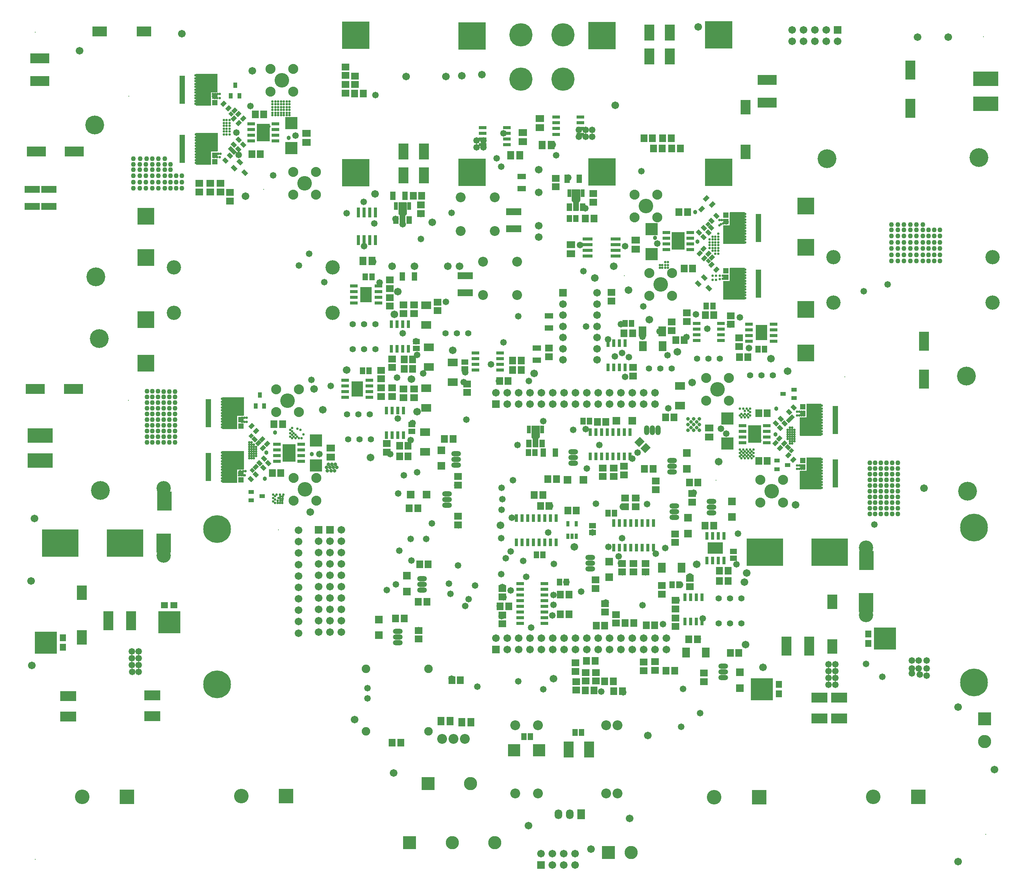
<source format=gts>
G04 Layer_Color=8388736*
%FSLAX25Y25*%
%MOIN*%
G70*
G01*
G75*
%ADD134R,0.05918X0.06706*%
G04:AMPARAMS|DCode=135|XSize=59.18mil|YSize=67.06mil|CornerRadius=0mil|HoleSize=0mil|Usage=FLASHONLY|Rotation=135.000|XOffset=0mil|YOffset=0mil|HoleType=Round|Shape=Rectangle|*
%AMROTATEDRECTD135*
4,1,4,0.04463,0.00278,-0.00278,-0.04463,-0.04463,-0.00278,0.00278,0.04463,0.04463,0.00278,0.0*
%
%ADD135ROTATEDRECTD135*%

%ADD136R,0.06706X0.05918*%
%ADD137R,0.06706X0.06706*%
%ADD138R,0.05131X0.06312*%
%ADD139R,0.03162X0.06902*%
%ADD140R,0.06706X0.06706*%
%ADD141R,0.06312X0.05131*%
%ADD142R,0.03162X0.04737*%
%ADD143R,0.08674X0.07099*%
%ADD144R,0.06509X0.03162*%
%ADD145R,0.07493X0.05131*%
%ADD146R,0.03162X0.06509*%
%ADD147R,0.07099X0.08674*%
%ADD148R,0.10367X0.13280*%
%ADD149R,0.13280X0.10367*%
%ADD150R,0.13792X0.06312*%
%ADD151R,0.16548X0.08674*%
%ADD152R,0.08674X0.14186*%
%ADD153R,0.14186X0.08674*%
G04:AMPARAMS|DCode=154|XSize=43.43mil|YSize=35.56mil|CornerRadius=0mil|HoleSize=0mil|Usage=FLASHONLY|Rotation=45.000|XOffset=0mil|YOffset=0mil|HoleType=Round|Shape=Rectangle|*
%AMROTATEDRECTD154*
4,1,4,-0.00278,-0.02793,-0.02793,-0.00278,0.00278,0.02793,0.02793,0.00278,-0.00278,-0.02793,0.0*
%
%ADD154ROTATEDRECTD154*%

G04:AMPARAMS|DCode=155|XSize=45.4mil|YSize=35.56mil|CornerRadius=0mil|HoleSize=0mil|Usage=FLASHONLY|Rotation=225.000|XOffset=0mil|YOffset=0mil|HoleType=Round|Shape=Rectangle|*
%AMROTATEDRECTD155*
4,1,4,0.00348,0.02862,0.02862,0.00348,-0.00348,-0.02862,-0.02862,-0.00348,0.00348,0.02862,0.0*
%
%ADD155ROTATEDRECTD155*%

G04:AMPARAMS|DCode=156|XSize=29.65mil|YSize=35.56mil|CornerRadius=0mil|HoleSize=0mil|Usage=FLASHONLY|Rotation=225.000|XOffset=0mil|YOffset=0mil|HoleType=Round|Shape=Rectangle|*
%AMROTATEDRECTD156*
4,1,4,-0.00209,0.02306,0.02306,-0.00209,0.00209,-0.02306,-0.02306,0.00209,-0.00209,0.02306,0.0*
%
%ADD156ROTATEDRECTD156*%

%ADD157R,0.07493X0.05918*%
%ADD158R,0.05918X0.07493*%
%ADD159R,0.10642X0.10642*%
G04:AMPARAMS|DCode=160|XSize=43.43mil|YSize=35.56mil|CornerRadius=0mil|HoleSize=0mil|Usage=FLASHONLY|Rotation=315.000|XOffset=0mil|YOffset=0mil|HoleType=Round|Shape=Rectangle|*
%AMROTATEDRECTD160*
4,1,4,-0.02793,0.00278,-0.00278,0.02793,0.02793,-0.00278,0.00278,-0.02793,-0.02793,0.00278,0.0*
%
%ADD160ROTATEDRECTD160*%

%ADD161R,0.05131X0.07493*%
%ADD162R,0.06312X0.05800*%
%ADD163R,0.19698X0.19383*%
%ADD164R,0.05800X0.06312*%
%ADD165R,0.19383X0.19698*%
G04:AMPARAMS|DCode=166|XSize=45.4mil|YSize=35.56mil|CornerRadius=0mil|HoleSize=0mil|Usage=FLASHONLY|Rotation=135.000|XOffset=0mil|YOffset=0mil|HoleType=Round|Shape=Rectangle|*
%AMROTATEDRECTD166*
4,1,4,0.02862,-0.00348,0.00348,-0.02862,-0.02862,0.00348,-0.00348,0.02862,0.02862,-0.00348,0.0*
%
%ADD166ROTATEDRECTD166*%

G04:AMPARAMS|DCode=167|XSize=29.65mil|YSize=35.56mil|CornerRadius=0mil|HoleSize=0mil|Usage=FLASHONLY|Rotation=135.000|XOffset=0mil|YOffset=0mil|HoleType=Round|Shape=Rectangle|*
%AMROTATEDRECTD167*
4,1,4,0.02306,0.00209,-0.00209,-0.02306,-0.02306,-0.00209,0.00209,0.02306,0.02306,0.00209,0.0*
%
%ADD167ROTATEDRECTD167*%

%ADD168R,0.06902X0.03162*%
%ADD169R,0.11587X0.15761*%
%ADD170R,0.08674X0.12611*%
%ADD171R,0.12611X0.08674*%
%ADD172R,0.04737X0.06706*%
%ADD173R,0.03556X0.06706*%
%ADD174R,0.32296X0.24422*%
%ADD175R,0.08674X0.16548*%
%ADD176R,0.12611X0.16548*%
%ADD177R,0.22453X0.12611*%
%ADD178R,0.10642X0.10642*%
%ADD179R,0.05131X0.05131*%
%ADD180R,0.05131X0.24816*%
%ADD181R,0.06902X0.03162*%
%ADD182R,0.03359X0.04737*%
%ADD183R,0.04737X0.03359*%
G04:AMPARAMS|DCode=184|XSize=33.59mil|YSize=47.37mil|CornerRadius=0mil|HoleSize=0mil|Usage=FLASHONLY|Rotation=45.000|XOffset=0mil|YOffset=0mil|HoleType=Round|Shape=Rectangle|*
%AMROTATEDRECTD184*
4,1,4,0.00487,-0.02862,-0.02862,0.00487,-0.00487,0.02862,0.02862,-0.00487,0.00487,-0.02862,0.0*
%
%ADD184ROTATEDRECTD184*%

%ADD185R,0.02768X0.08674*%
G04:AMPARAMS|DCode=186|XSize=33.59mil|YSize=47.37mil|CornerRadius=0mil|HoleSize=0mil|Usage=FLASHONLY|Rotation=315.000|XOffset=0mil|YOffset=0mil|HoleType=Round|Shape=Rectangle|*
%AMROTATEDRECTD186*
4,1,4,-0.02862,-0.00487,0.00487,0.02862,0.02862,0.00487,-0.00487,-0.02862,-0.02862,-0.00487,0.0*
%
%ADD186ROTATEDRECTD186*%

%ADD187R,0.08674X0.02768*%
%ADD188C,0.06706*%
%ADD189C,0.00800*%
%ADD190C,0.08674*%
%ADD191O,0.04737X0.08674*%
%ADD192O,0.04737X0.08674*%
%ADD193O,0.08674X0.04737*%
%ADD194O,0.08674X0.04737*%
%ADD195C,0.07493*%
%ADD196C,0.05524*%
%ADD197C,0.08800*%
%ADD198C,0.12800*%
%ADD199R,0.08674X0.08674*%
%ADD200R,0.11627X0.11627*%
%ADD201C,0.11627*%
%ADD202R,0.12800X0.12800*%
%ADD203R,0.14579X0.14579*%
%ADD204C,0.12611*%
%ADD205R,0.11627X0.11627*%
%ADD206C,0.20485*%
%ADD207R,0.08674X0.08674*%
%ADD208R,0.24422X0.24422*%
%ADD209C,0.16548*%
%ADD210O,0.06706X0.08674*%
%ADD211R,0.06706X0.08674*%
%ADD212C,0.24422*%
%ADD213C,0.05800*%
%ADD214C,0.04300*%
%ADD215C,0.02300*%
%ADD216C,0.03800*%
%ADD217C,0.03300*%
%ADD218C,0.02768*%
G36*
X1525781Y2785382D02*
X1525832Y2785371D01*
X1525882Y2785355D01*
X1525929Y2785331D01*
X1525972Y2785302D01*
X1526012Y2785268D01*
X1526046Y2785228D01*
X1526075Y2785185D01*
X1526099Y2785138D01*
X1526116Y2785088D01*
X1526126Y2785037D01*
X1526129Y2784984D01*
Y2769433D01*
X1526126Y2769381D01*
X1526116Y2769329D01*
X1526099Y2769280D01*
X1526075Y2769233D01*
X1526046Y2769189D01*
X1526012Y2769150D01*
X1525972Y2769115D01*
X1525929Y2769086D01*
X1525882Y2769063D01*
X1525832Y2769046D01*
X1525781Y2769036D01*
X1525728Y2769032D01*
X1520224D01*
Y2757622D01*
X1520220Y2757570D01*
X1520210Y2757518D01*
X1520193Y2757469D01*
X1520170Y2757422D01*
X1520141Y2757378D01*
X1520106Y2757339D01*
X1520067Y2757304D01*
X1520023Y2757275D01*
X1519976Y2757252D01*
X1519927Y2757235D01*
X1519875Y2757225D01*
X1519823Y2757221D01*
X1507421D01*
X1507369Y2757225D01*
X1507318Y2757235D01*
X1507268Y2757252D01*
X1507221Y2757275D01*
X1507177Y2757304D01*
X1507138Y2757339D01*
X1507103Y2757378D01*
X1507074Y2757422D01*
X1507051Y2757469D01*
X1507034Y2757518D01*
X1507024Y2757570D01*
X1507020Y2757622D01*
Y2784984D01*
X1507024Y2785037D01*
X1507034Y2785088D01*
X1507051Y2785138D01*
X1507074Y2785185D01*
X1507103Y2785228D01*
X1507138Y2785268D01*
X1507177Y2785302D01*
X1507221Y2785331D01*
X1507268Y2785355D01*
X1507318Y2785371D01*
X1507369Y2785382D01*
X1507421Y2785385D01*
X1525728D01*
X1525781Y2785382D01*
D02*
G37*
G36*
X1525891Y2733382D02*
X1525942Y2733371D01*
X1525992Y2733355D01*
X1526039Y2733331D01*
X1526083Y2733302D01*
X1526122Y2733268D01*
X1526157Y2733228D01*
X1526186Y2733185D01*
X1526209Y2733138D01*
X1526226Y2733088D01*
X1526236Y2733037D01*
X1526239Y2732984D01*
Y2717433D01*
X1526236Y2717381D01*
X1526226Y2717329D01*
X1526209Y2717280D01*
X1526186Y2717233D01*
X1526157Y2717189D01*
X1526122Y2717150D01*
X1526083Y2717115D01*
X1526039Y2717086D01*
X1525992Y2717063D01*
X1525942Y2717046D01*
X1525891Y2717036D01*
X1525839Y2717032D01*
X1520334D01*
Y2705622D01*
X1520331Y2705570D01*
X1520320Y2705518D01*
X1520303Y2705469D01*
X1520280Y2705422D01*
X1520251Y2705378D01*
X1520216Y2705339D01*
X1520177Y2705304D01*
X1520133Y2705275D01*
X1520086Y2705252D01*
X1520037Y2705235D01*
X1519985Y2705225D01*
X1519933Y2705221D01*
X1507532D01*
X1507479Y2705225D01*
X1507428Y2705235D01*
X1507378Y2705252D01*
X1507331Y2705275D01*
X1507288Y2705304D01*
X1507248Y2705339D01*
X1507213Y2705378D01*
X1507184Y2705422D01*
X1507161Y2705469D01*
X1507144Y2705518D01*
X1507134Y2705570D01*
X1507131Y2705622D01*
Y2732984D01*
X1507134Y2733037D01*
X1507144Y2733088D01*
X1507161Y2733138D01*
X1507184Y2733185D01*
X1507213Y2733228D01*
X1507248Y2733268D01*
X1507288Y2733302D01*
X1507331Y2733331D01*
X1507378Y2733355D01*
X1507428Y2733371D01*
X1507479Y2733382D01*
X1507532Y2733385D01*
X1525839D01*
X1525891Y2733382D01*
D02*
G37*
G36*
X1844800Y2683575D02*
X1844852Y2683564D01*
X1844901Y2683548D01*
X1844949Y2683524D01*
X1844992Y2683495D01*
X1845032Y2683461D01*
X1845066Y2683421D01*
X1845095Y2683378D01*
X1845118Y2683331D01*
X1845135Y2683281D01*
X1845145Y2683229D01*
X1845149Y2683177D01*
Y2673532D01*
X1845145Y2673479D01*
X1845135Y2673428D01*
X1845118Y2673378D01*
X1845095Y2673331D01*
X1845066Y2673288D01*
X1845032Y2673248D01*
X1843869Y2672086D01*
Y2665067D01*
X1843866Y2665015D01*
X1843856Y2664963D01*
X1843839Y2664914D01*
X1843816Y2664866D01*
X1843786Y2664823D01*
X1843752Y2664783D01*
X1843712Y2664749D01*
X1843669Y2664720D01*
X1843622Y2664697D01*
X1843572Y2664680D01*
X1843521Y2664669D01*
X1843468Y2664666D01*
X1839335D01*
X1839282Y2664669D01*
X1839231Y2664680D01*
X1839181Y2664697D01*
X1839134Y2664720D01*
X1839091Y2664749D01*
X1839051Y2664783D01*
X1839017Y2664823D01*
X1838988Y2664866D01*
X1838964Y2664914D01*
X1838947Y2664963D01*
X1838937Y2665015D01*
X1838934Y2665067D01*
X1838934Y2672086D01*
X1837772Y2673248D01*
X1837737Y2673288D01*
X1837708Y2673331D01*
X1837685Y2673378D01*
X1837668Y2673428D01*
X1837658Y2673479D01*
X1837654Y2673532D01*
Y2683177D01*
X1837658Y2683229D01*
X1837668Y2683281D01*
X1837685Y2683331D01*
X1837708Y2683378D01*
X1837737Y2683421D01*
X1837772Y2683461D01*
X1837811Y2683495D01*
X1837855Y2683524D01*
X1837902Y2683548D01*
X1837951Y2683564D01*
X1838003Y2683575D01*
X1838055Y2683578D01*
X1844748D01*
X1844800Y2683575D01*
D02*
G37*
G36*
X1692300Y2672075D02*
X1692352Y2672064D01*
X1692401Y2672047D01*
X1692448Y2672024D01*
X1692492Y2671995D01*
X1692532Y2671961D01*
X1692566Y2671921D01*
X1692595Y2671878D01*
X1692618Y2671831D01*
X1692635Y2671781D01*
X1692645Y2671729D01*
X1692649Y2671677D01*
Y2662032D01*
X1692645Y2661979D01*
X1692635Y2661928D01*
X1692618Y2661878D01*
X1692595Y2661831D01*
X1692566Y2661787D01*
X1692532Y2661748D01*
X1691369Y2660586D01*
Y2653567D01*
X1691366Y2653515D01*
X1691356Y2653463D01*
X1691339Y2653414D01*
X1691316Y2653366D01*
X1691286Y2653323D01*
X1691252Y2653284D01*
X1691212Y2653249D01*
X1691169Y2653220D01*
X1691122Y2653197D01*
X1691072Y2653180D01*
X1691021Y2653169D01*
X1690969Y2653166D01*
X1686835D01*
X1686782Y2653169D01*
X1686731Y2653180D01*
X1686681Y2653197D01*
X1686634Y2653220D01*
X1686591Y2653249D01*
X1686551Y2653284D01*
X1686517Y2653323D01*
X1686488Y2653366D01*
X1686464Y2653414D01*
X1686447Y2653463D01*
X1686437Y2653515D01*
X1686434Y2653567D01*
X1686434Y2660586D01*
X1685272Y2661748D01*
X1685237Y2661787D01*
X1685208Y2661831D01*
X1685185Y2661878D01*
X1685168Y2661928D01*
X1685158Y2661979D01*
X1685154Y2662032D01*
Y2671677D01*
X1685158Y2671729D01*
X1685168Y2671781D01*
X1685185Y2671831D01*
X1685208Y2671878D01*
X1685237Y2671921D01*
X1685272Y2671961D01*
X1685311Y2671995D01*
X1685355Y2672024D01*
X1685402Y2672047D01*
X1685451Y2672064D01*
X1685503Y2672075D01*
X1685555Y2672078D01*
X1692248D01*
X1692300Y2672075D01*
D02*
G37*
G36*
X1989631Y2663578D02*
X1989683Y2663568D01*
X1989732Y2663552D01*
X1989779Y2663528D01*
X1989823Y2663499D01*
X1989862Y2663465D01*
X1989897Y2663425D01*
X1989926Y2663382D01*
X1989949Y2663334D01*
X1989966Y2663285D01*
X1989976Y2663233D01*
X1989980Y2663181D01*
Y2635819D01*
X1989976Y2635767D01*
X1989966Y2635715D01*
X1989949Y2635666D01*
X1989926Y2635619D01*
X1989897Y2635575D01*
X1989862Y2635535D01*
X1989823Y2635501D01*
X1989779Y2635472D01*
X1989732Y2635448D01*
X1989683Y2635432D01*
X1989631Y2635422D01*
X1989579Y2635418D01*
X1971272D01*
X1971219Y2635422D01*
X1971168Y2635432D01*
X1971118Y2635448D01*
X1971071Y2635472D01*
X1971028Y2635501D01*
X1970988Y2635535D01*
X1970954Y2635575D01*
X1970925Y2635619D01*
X1970901Y2635666D01*
X1970884Y2635715D01*
X1970874Y2635767D01*
X1970871Y2635819D01*
Y2651370D01*
X1970874Y2651422D01*
X1970884Y2651474D01*
X1970901Y2651524D01*
X1970925Y2651571D01*
X1970954Y2651614D01*
X1970988Y2651653D01*
X1971028Y2651688D01*
X1971071Y2651717D01*
X1971118Y2651740D01*
X1971168Y2651757D01*
X1971219Y2651768D01*
X1971272Y2651771D01*
X1976776D01*
Y2663181D01*
X1976780Y2663233D01*
X1976790Y2663285D01*
X1976807Y2663334D01*
X1976830Y2663382D01*
X1976859Y2663425D01*
X1976894Y2663465D01*
X1976933Y2663499D01*
X1976977Y2663528D01*
X1977024Y2663552D01*
X1977073Y2663568D01*
X1977125Y2663578D01*
X1977177Y2663582D01*
X1989579D01*
X1989631Y2663578D01*
D02*
G37*
G36*
Y2614578D02*
X1989683Y2614568D01*
X1989732Y2614552D01*
X1989779Y2614528D01*
X1989823Y2614499D01*
X1989862Y2614465D01*
X1989897Y2614425D01*
X1989926Y2614381D01*
X1989949Y2614334D01*
X1989966Y2614285D01*
X1989976Y2614233D01*
X1989980Y2614181D01*
Y2586819D01*
X1989976Y2586767D01*
X1989966Y2586715D01*
X1989949Y2586666D01*
X1989926Y2586618D01*
X1989897Y2586575D01*
X1989862Y2586535D01*
X1989823Y2586501D01*
X1989779Y2586472D01*
X1989732Y2586448D01*
X1989683Y2586432D01*
X1989631Y2586422D01*
X1989579Y2586418D01*
X1971272D01*
X1971219Y2586422D01*
X1971168Y2586432D01*
X1971118Y2586448D01*
X1971071Y2586472D01*
X1971028Y2586501D01*
X1970988Y2586535D01*
X1970954Y2586575D01*
X1970925Y2586618D01*
X1970901Y2586666D01*
X1970884Y2586715D01*
X1970874Y2586767D01*
X1970871Y2586819D01*
Y2602370D01*
X1970874Y2602422D01*
X1970884Y2602474D01*
X1970901Y2602523D01*
X1970925Y2602571D01*
X1970954Y2602614D01*
X1970988Y2602654D01*
X1971028Y2602688D01*
X1971071Y2602717D01*
X1971118Y2602740D01*
X1971168Y2602757D01*
X1971219Y2602768D01*
X1971272Y2602771D01*
X1976776D01*
Y2614181D01*
X1976780Y2614233D01*
X1976790Y2614285D01*
X1976807Y2614334D01*
X1976830Y2614381D01*
X1976859Y2614425D01*
X1976894Y2614465D01*
X1976933Y2614499D01*
X1976977Y2614528D01*
X1977024Y2614552D01*
X1977073Y2614568D01*
X1977125Y2614578D01*
X1977177Y2614582D01*
X1989579D01*
X1989631Y2614578D01*
D02*
G37*
G36*
X1548891Y2500669D02*
X1548942Y2500659D01*
X1548992Y2500642D01*
X1549039Y2500619D01*
X1549083Y2500590D01*
X1549122Y2500555D01*
X1549157Y2500516D01*
X1549186Y2500472D01*
X1549209Y2500425D01*
X1549226Y2500375D01*
X1549236Y2500324D01*
X1549240Y2500272D01*
Y2484720D01*
X1549236Y2484668D01*
X1549226Y2484617D01*
X1549209Y2484567D01*
X1549186Y2484520D01*
X1549157Y2484476D01*
X1549122Y2484437D01*
X1549083Y2484402D01*
X1549039Y2484373D01*
X1548992Y2484350D01*
X1548942Y2484333D01*
X1548891Y2484323D01*
X1548839Y2484320D01*
X1543334D01*
Y2472909D01*
X1543330Y2472857D01*
X1543320Y2472806D01*
X1543303Y2472756D01*
X1543280Y2472709D01*
X1543251Y2472665D01*
X1543217Y2472626D01*
X1543177Y2472591D01*
X1543134Y2472562D01*
X1543087Y2472539D01*
X1543037Y2472522D01*
X1542985Y2472512D01*
X1542933Y2472509D01*
X1530532D01*
X1530479Y2472512D01*
X1530428Y2472522D01*
X1530378Y2472539D01*
X1530331Y2472562D01*
X1530287Y2472591D01*
X1530248Y2472626D01*
X1530214Y2472665D01*
X1530184Y2472709D01*
X1530161Y2472756D01*
X1530144Y2472806D01*
X1530134Y2472857D01*
X1530131Y2472909D01*
Y2500272D01*
X1530134Y2500324D01*
X1530144Y2500375D01*
X1530161Y2500425D01*
X1530184Y2500472D01*
X1530214Y2500516D01*
X1530248Y2500555D01*
X1530287Y2500590D01*
X1530331Y2500619D01*
X1530378Y2500642D01*
X1530428Y2500659D01*
X1530479Y2500669D01*
X1530532Y2500673D01*
X1548839D01*
X1548891Y2500669D01*
D02*
G37*
G36*
X2057131Y2494775D02*
X2057183Y2494765D01*
X2057232Y2494748D01*
X2057279Y2494725D01*
X2057323Y2494696D01*
X2057362Y2494661D01*
X2057397Y2494622D01*
X2057426Y2494578D01*
X2057449Y2494531D01*
X2057466Y2494482D01*
X2057476Y2494430D01*
X2057480Y2494378D01*
Y2467016D01*
X2057476Y2466963D01*
X2057466Y2466912D01*
X2057449Y2466862D01*
X2057426Y2466815D01*
X2057397Y2466772D01*
X2057362Y2466732D01*
X2057323Y2466698D01*
X2057279Y2466669D01*
X2057232Y2466645D01*
X2057183Y2466629D01*
X2057131Y2466618D01*
X2057079Y2466615D01*
X2038772D01*
X2038719Y2466618D01*
X2038668Y2466629D01*
X2038618Y2466645D01*
X2038571Y2466669D01*
X2038528Y2466698D01*
X2038488Y2466732D01*
X2038454Y2466772D01*
X2038424Y2466815D01*
X2038401Y2466862D01*
X2038384Y2466912D01*
X2038374Y2466963D01*
X2038371Y2467016D01*
Y2482567D01*
X2038374Y2482619D01*
X2038384Y2482671D01*
X2038401Y2482720D01*
X2038424Y2482767D01*
X2038454Y2482811D01*
X2038488Y2482850D01*
X2038528Y2482885D01*
X2038571Y2482914D01*
X2038618Y2482937D01*
X2038668Y2482954D01*
X2038719Y2482964D01*
X2038772Y2482968D01*
X2044276D01*
Y2494378D01*
X2044280Y2494430D01*
X2044290Y2494482D01*
X2044307Y2494531D01*
X2044330Y2494578D01*
X2044359Y2494622D01*
X2044394Y2494661D01*
X2044433Y2494696D01*
X2044477Y2494725D01*
X2044524Y2494748D01*
X2044573Y2494765D01*
X2044625Y2494775D01*
X2044677Y2494779D01*
X2057079D01*
X2057131Y2494775D01*
D02*
G37*
G36*
X1809300Y2475575D02*
X1809352Y2475564D01*
X1809401Y2475547D01*
X1809448Y2475524D01*
X1809492Y2475495D01*
X1809532Y2475461D01*
X1809566Y2475421D01*
X1809595Y2475378D01*
X1809618Y2475331D01*
X1809635Y2475281D01*
X1809645Y2475229D01*
X1809649Y2475177D01*
Y2465532D01*
X1809645Y2465479D01*
X1809635Y2465428D01*
X1809618Y2465378D01*
X1809595Y2465331D01*
X1809566Y2465288D01*
X1809532Y2465248D01*
X1808369Y2464086D01*
Y2457067D01*
X1808366Y2457015D01*
X1808356Y2456963D01*
X1808339Y2456914D01*
X1808316Y2456866D01*
X1808286Y2456823D01*
X1808252Y2456783D01*
X1808212Y2456749D01*
X1808169Y2456720D01*
X1808122Y2456697D01*
X1808072Y2456680D01*
X1808021Y2456669D01*
X1807969Y2456666D01*
X1803835D01*
X1803782Y2456669D01*
X1803731Y2456680D01*
X1803681Y2456697D01*
X1803634Y2456720D01*
X1803591Y2456749D01*
X1803551Y2456783D01*
X1803517Y2456823D01*
X1803488Y2456866D01*
X1803464Y2456914D01*
X1803447Y2456963D01*
X1803437Y2457015D01*
X1803434Y2457067D01*
X1803434Y2464086D01*
X1802272Y2465248D01*
X1802237Y2465288D01*
X1802208Y2465331D01*
X1802185Y2465378D01*
X1802168Y2465428D01*
X1802158Y2465479D01*
X1802154Y2465532D01*
Y2475177D01*
X1802158Y2475229D01*
X1802168Y2475281D01*
X1802185Y2475331D01*
X1802208Y2475378D01*
X1802237Y2475421D01*
X1802272Y2475461D01*
X1802311Y2475495D01*
X1802355Y2475524D01*
X1802402Y2475547D01*
X1802451Y2475564D01*
X1802503Y2475575D01*
X1802555Y2475578D01*
X1809248D01*
X1809300Y2475575D01*
D02*
G37*
G36*
X1548891Y2453382D02*
X1548942Y2453371D01*
X1548992Y2453355D01*
X1549039Y2453331D01*
X1549083Y2453302D01*
X1549122Y2453268D01*
X1549157Y2453228D01*
X1549186Y2453185D01*
X1549209Y2453138D01*
X1549226Y2453088D01*
X1549236Y2453037D01*
X1549240Y2452984D01*
Y2437433D01*
X1549236Y2437381D01*
X1549226Y2437329D01*
X1549209Y2437280D01*
X1549186Y2437233D01*
X1549157Y2437189D01*
X1549122Y2437150D01*
X1549083Y2437115D01*
X1549039Y2437086D01*
X1548992Y2437063D01*
X1548942Y2437046D01*
X1548891Y2437036D01*
X1548839Y2437032D01*
X1543334D01*
Y2425622D01*
X1543330Y2425570D01*
X1543320Y2425518D01*
X1543303Y2425469D01*
X1543280Y2425422D01*
X1543251Y2425378D01*
X1543217Y2425339D01*
X1543177Y2425304D01*
X1543134Y2425275D01*
X1543087Y2425252D01*
X1543037Y2425235D01*
X1542985Y2425225D01*
X1542933Y2425221D01*
X1530532D01*
X1530479Y2425225D01*
X1530428Y2425235D01*
X1530378Y2425252D01*
X1530331Y2425275D01*
X1530287Y2425304D01*
X1530248Y2425339D01*
X1530214Y2425378D01*
X1530184Y2425422D01*
X1530161Y2425469D01*
X1530144Y2425518D01*
X1530134Y2425570D01*
X1530131Y2425622D01*
Y2452984D01*
X1530134Y2453037D01*
X1530144Y2453088D01*
X1530161Y2453138D01*
X1530184Y2453185D01*
X1530214Y2453228D01*
X1530248Y2453268D01*
X1530287Y2453302D01*
X1530331Y2453331D01*
X1530378Y2453355D01*
X1530428Y2453371D01*
X1530479Y2453382D01*
X1530532Y2453385D01*
X1548839D01*
X1548891Y2453382D01*
D02*
G37*
G36*
X2057131Y2447578D02*
X2057183Y2447568D01*
X2057232Y2447552D01*
X2057279Y2447528D01*
X2057323Y2447499D01*
X2057362Y2447465D01*
X2057397Y2447425D01*
X2057426Y2447382D01*
X2057449Y2447334D01*
X2057466Y2447285D01*
X2057476Y2447233D01*
X2057480Y2447181D01*
Y2419819D01*
X2057476Y2419767D01*
X2057466Y2419715D01*
X2057449Y2419666D01*
X2057426Y2419618D01*
X2057397Y2419575D01*
X2057362Y2419535D01*
X2057323Y2419501D01*
X2057279Y2419472D01*
X2057232Y2419448D01*
X2057183Y2419432D01*
X2057131Y2419422D01*
X2057079Y2419418D01*
X2038772D01*
X2038719Y2419422D01*
X2038668Y2419432D01*
X2038618Y2419448D01*
X2038571Y2419472D01*
X2038528Y2419501D01*
X2038488Y2419535D01*
X2038454Y2419575D01*
X2038424Y2419618D01*
X2038401Y2419666D01*
X2038384Y2419715D01*
X2038374Y2419767D01*
X2038371Y2419819D01*
Y2435370D01*
X2038374Y2435422D01*
X2038384Y2435474D01*
X2038401Y2435523D01*
X2038424Y2435571D01*
X2038454Y2435614D01*
X2038488Y2435653D01*
X2038528Y2435688D01*
X2038571Y2435717D01*
X2038618Y2435740D01*
X2038668Y2435757D01*
X2038719Y2435768D01*
X2038772Y2435771D01*
X2044276D01*
Y2447181D01*
X2044280Y2447233D01*
X2044290Y2447285D01*
X2044307Y2447334D01*
X2044330Y2447382D01*
X2044359Y2447425D01*
X2044394Y2447465D01*
X2044433Y2447499D01*
X2044477Y2447528D01*
X2044524Y2447552D01*
X2044573Y2447568D01*
X2044625Y2447578D01*
X2044677Y2447582D01*
X2057079D01*
X2057131Y2447578D01*
D02*
G37*
D134*
X1977260Y2275500D02*
D03*
X1984740D02*
D03*
X1860260Y2479000D02*
D03*
X1867740D02*
D03*
X1816760Y2428500D02*
D03*
X1824240D02*
D03*
X1901760Y2437500D02*
D03*
X1909240D02*
D03*
X1948740Y2425500D02*
D03*
X1941260D02*
D03*
X1955020Y2387500D02*
D03*
X1962500D02*
D03*
X1694760Y2403000D02*
D03*
X1702240D02*
D03*
X1702760Y2320500D02*
D03*
X1710240D02*
D03*
X1690240Y2306000D02*
D03*
X1682760D02*
D03*
X1835240Y2327000D02*
D03*
X1827760D02*
D03*
X1835240Y2309500D02*
D03*
X1827760D02*
D03*
X1782240Y2316500D02*
D03*
X1774760D02*
D03*
X1841740Y2401000D02*
D03*
X1834260D02*
D03*
X1804760Y2414500D02*
D03*
X1812240D02*
D03*
X1810260Y2405000D02*
D03*
X1817740D02*
D03*
X1882240Y2242000D02*
D03*
X1874760D02*
D03*
X1774260Y2515000D02*
D03*
X1781740D02*
D03*
X1785760Y2524500D02*
D03*
X1793240D02*
D03*
X1785760Y2533000D02*
D03*
X1793240D02*
D03*
X1654240Y2768000D02*
D03*
X1646760D02*
D03*
X1927740Y2483000D02*
D03*
X1920260D02*
D03*
X1883760Y2557000D02*
D03*
X1891240D02*
D03*
X1901260Y2728500D02*
D03*
X1908740D02*
D03*
X1909760Y2719500D02*
D03*
X1917240D02*
D03*
X1917760Y2728500D02*
D03*
X1925240D02*
D03*
X1925760Y2719500D02*
D03*
X1933240D02*
D03*
X1929260Y2551000D02*
D03*
X1936740D02*
D03*
X1955260Y2573000D02*
D03*
X1962740D02*
D03*
X1992740Y2536000D02*
D03*
X1985260D02*
D03*
X1940760Y2287500D02*
D03*
X1948240D02*
D03*
X1975240Y2339000D02*
D03*
X1967760D02*
D03*
X1967760Y2348000D02*
D03*
X1975240D02*
D03*
X1874240Y2250500D02*
D03*
X1866760D02*
D03*
X1858240Y2268500D02*
D03*
X1850760D02*
D03*
X1936638Y2614000D02*
D03*
X1944118D02*
D03*
X1566652Y2749412D02*
D03*
X1559172D02*
D03*
X1556260Y2714500D02*
D03*
X1563740D02*
D03*
X1892240Y2302000D02*
D03*
X1884760D02*
D03*
X2002260Y2486500D02*
D03*
X2009740D02*
D03*
X1581740Y2434000D02*
D03*
X1574260D02*
D03*
X1583240Y2477000D02*
D03*
X1575760D02*
D03*
X1932138Y2663500D02*
D03*
X1939618D02*
D03*
X2002260Y2444500D02*
D03*
X2009740D02*
D03*
X1711480Y2353500D02*
D03*
X1704000D02*
D03*
X1725760Y2464000D02*
D03*
X1733240D02*
D03*
X1679760Y2196500D02*
D03*
X1687240D02*
D03*
X1739740Y2251500D02*
D03*
X1732260D02*
D03*
X1698260Y2678000D02*
D03*
X1705740D02*
D03*
X1857240Y2658000D02*
D03*
X1849760D02*
D03*
X1857240Y2242500D02*
D03*
X1849760D02*
D03*
X1903260Y2300000D02*
D03*
X1910740D02*
D03*
X1928240Y2260000D02*
D03*
X1920760D02*
D03*
X1866740Y2299500D02*
D03*
X1859260D02*
D03*
X1693740Y2458000D02*
D03*
X1686260D02*
D03*
X1693740Y2448500D02*
D03*
X1686260D02*
D03*
X1697740Y2534000D02*
D03*
X1690260D02*
D03*
X1697740Y2525500D02*
D03*
X1690260D02*
D03*
D135*
X1902645Y2455855D02*
D03*
X1897355Y2461145D02*
D03*
D136*
X1719500Y2576760D02*
D03*
Y2584240D02*
D03*
X1865000Y2438240D02*
D03*
Y2430760D02*
D03*
X1883500Y2439740D02*
D03*
Y2432260D02*
D03*
X1874500Y2438240D02*
D03*
Y2430760D02*
D03*
X1911500Y2426740D02*
D03*
Y2419260D02*
D03*
X1894000Y2411740D02*
D03*
Y2404260D02*
D03*
X1858500Y2332260D02*
D03*
Y2339740D02*
D03*
X1954000Y2250260D02*
D03*
Y2257740D02*
D03*
X1884500Y2411740D02*
D03*
Y2404260D02*
D03*
X1892000Y2354240D02*
D03*
Y2346760D02*
D03*
X1902500Y2354240D02*
D03*
Y2346760D02*
D03*
X1882000Y2354240D02*
D03*
Y2346760D02*
D03*
X1737500Y2395740D02*
D03*
Y2388260D02*
D03*
Y2430740D02*
D03*
Y2423260D02*
D03*
X1703000Y2287760D02*
D03*
Y2295240D02*
D03*
X1776500Y2324760D02*
D03*
Y2332240D02*
D03*
Y2308740D02*
D03*
Y2301260D02*
D03*
X1943500Y2415740D02*
D03*
Y2408260D02*
D03*
X1928500Y2380240D02*
D03*
Y2372760D02*
D03*
X1745500Y2504760D02*
D03*
Y2512240D02*
D03*
X1817500Y2536260D02*
D03*
Y2543740D02*
D03*
X1528500Y2681260D02*
D03*
Y2688740D02*
D03*
X1519500Y2688740D02*
D03*
Y2681260D02*
D03*
X1510000Y2681260D02*
D03*
Y2688740D02*
D03*
X1647000Y2775760D02*
D03*
Y2783240D02*
D03*
X1638500Y2768260D02*
D03*
Y2775740D02*
D03*
Y2783760D02*
D03*
Y2791240D02*
D03*
X1891500Y2519260D02*
D03*
Y2526740D02*
D03*
X1872500Y2585260D02*
D03*
Y2592740D02*
D03*
X1925500Y2559260D02*
D03*
Y2566740D02*
D03*
X1977500Y2572240D02*
D03*
Y2564760D02*
D03*
X1939000Y2567260D02*
D03*
Y2574740D02*
D03*
X1985000Y2552740D02*
D03*
Y2545260D02*
D03*
X1917000Y2334740D02*
D03*
Y2327260D02*
D03*
X1929000Y2298760D02*
D03*
Y2306240D02*
D03*
X1941500Y2341240D02*
D03*
Y2333760D02*
D03*
X1929000Y2314260D02*
D03*
Y2321740D02*
D03*
X1823500Y2685760D02*
D03*
Y2693240D02*
D03*
X1859000Y2250760D02*
D03*
Y2258240D02*
D03*
X1841000Y2259260D02*
D03*
Y2266740D02*
D03*
X1876500Y2309240D02*
D03*
Y2301760D02*
D03*
X1537000Y2673260D02*
D03*
Y2680740D02*
D03*
X1705000Y2669740D02*
D03*
Y2662260D02*
D03*
X1856500Y2672260D02*
D03*
Y2679740D02*
D03*
X1841500Y2242760D02*
D03*
Y2250240D02*
D03*
X1850000Y2250760D02*
D03*
Y2258240D02*
D03*
X1901000Y2260000D02*
D03*
Y2267480D02*
D03*
X1911000Y2260260D02*
D03*
Y2267740D02*
D03*
X1867000Y2318980D02*
D03*
Y2311500D02*
D03*
X1670000Y2516760D02*
D03*
Y2524240D02*
D03*
Y2501260D02*
D03*
Y2508740D02*
D03*
X1689500Y2500260D02*
D03*
Y2507740D02*
D03*
X1675000Y2459740D02*
D03*
Y2452260D02*
D03*
X1699000Y2507740D02*
D03*
Y2500260D02*
D03*
X1679500Y2501260D02*
D03*
Y2508740D02*
D03*
X1677500Y2596260D02*
D03*
Y2603740D02*
D03*
Y2580760D02*
D03*
Y2588240D02*
D03*
X1699000Y2581740D02*
D03*
Y2574260D02*
D03*
X1689500Y2574260D02*
D03*
Y2581740D02*
D03*
X1679500Y2534240D02*
D03*
Y2526760D02*
D03*
D137*
X1847890Y2428000D02*
D03*
X1834110D02*
D03*
X1709890Y2415000D02*
D03*
X1696110D02*
D03*
X1890890Y2480000D02*
D03*
X1877110D02*
D03*
X1771000Y2278500D02*
D03*
X2071500Y2824000D02*
D03*
X1771000Y2494500D02*
D03*
X1830079Y2592528D02*
D03*
X1810500Y2088894D02*
D03*
D138*
X1853453Y2479500D02*
D03*
X1847547D02*
D03*
X1875453Y2398500D02*
D03*
X1869547D02*
D03*
X1812453Y2362000D02*
D03*
X1806547D02*
D03*
X1890453Y2565500D02*
D03*
X1884547D02*
D03*
X1961953Y2581000D02*
D03*
X1956047D02*
D03*
X2001547Y2543000D02*
D03*
X2007453D02*
D03*
X1926047Y2335500D02*
D03*
X1931953D02*
D03*
X1835547Y2658000D02*
D03*
X1841453D02*
D03*
X1795547Y2202000D02*
D03*
X1801453D02*
D03*
X1805453Y2452000D02*
D03*
X1799547D02*
D03*
X1840547Y2205500D02*
D03*
X1846453D02*
D03*
X1827047Y2338000D02*
D03*
X1832953D02*
D03*
X1659453Y2524000D02*
D03*
X1653547D02*
D03*
X1661953Y2606500D02*
D03*
X1656047D02*
D03*
D139*
X1854000Y2448543D02*
D03*
X1859000D02*
D03*
X1864000D02*
D03*
X1869000D02*
D03*
X1874000D02*
D03*
X1879000D02*
D03*
X1884000D02*
D03*
X1889000D02*
D03*
X1854000Y2470000D02*
D03*
X1859000D02*
D03*
X1864000D02*
D03*
X1869000D02*
D03*
X1874000D02*
D03*
X1879000D02*
D03*
X1884000D02*
D03*
X1889000D02*
D03*
X1874500Y2368272D02*
D03*
X1879500D02*
D03*
X1884500D02*
D03*
X1889500D02*
D03*
X1894500D02*
D03*
X1899500D02*
D03*
X1904500D02*
D03*
X1909500D02*
D03*
X1874500Y2389728D02*
D03*
X1879500D02*
D03*
X1884500D02*
D03*
X1889500D02*
D03*
X1894500D02*
D03*
X1899500D02*
D03*
X1904500D02*
D03*
X1909500D02*
D03*
X1824000Y2394228D02*
D03*
X1819000D02*
D03*
X1814000D02*
D03*
X1809000D02*
D03*
X1804000D02*
D03*
X1799000D02*
D03*
X1794000D02*
D03*
X1789000D02*
D03*
X1824000Y2372772D02*
D03*
X1819000D02*
D03*
X1814000D02*
D03*
X1809000D02*
D03*
X1804000D02*
D03*
X1799000D02*
D03*
X1794000D02*
D03*
X1789000D02*
D03*
D140*
X1939000Y2437610D02*
D03*
Y2451390D02*
D03*
X1978500Y2408890D02*
D03*
Y2395110D02*
D03*
X1870500Y2356000D02*
D03*
Y2342220D02*
D03*
X1985500Y2244610D02*
D03*
Y2258390D02*
D03*
X1723000Y2440110D02*
D03*
Y2453890D02*
D03*
X1692500Y2329610D02*
D03*
Y2343390D02*
D03*
X1668000Y2291110D02*
D03*
Y2304890D02*
D03*
X1940000Y2380610D02*
D03*
Y2394390D02*
D03*
X1625000Y2384000D02*
D03*
X1615000D02*
D03*
D141*
X1856000Y2387453D02*
D03*
Y2381547D02*
D03*
X1743500Y2525547D02*
D03*
Y2531453D02*
D03*
X1980000Y2359047D02*
D03*
Y2364953D02*
D03*
X1697000Y2470547D02*
D03*
Y2476453D02*
D03*
X1701000Y2543547D02*
D03*
Y2549453D02*
D03*
D142*
X1834260Y2378288D02*
D03*
X1838000D02*
D03*
X1841740D02*
D03*
Y2389115D02*
D03*
X1834260D02*
D03*
D143*
X1733000Y2513839D02*
D03*
Y2531161D02*
D03*
X1933000Y2493339D02*
D03*
Y2510661D02*
D03*
X1708500Y2452677D02*
D03*
Y2470000D02*
D03*
X1709500Y2581661D02*
D03*
Y2564339D02*
D03*
Y2508661D02*
D03*
Y2491339D02*
D03*
X1712000Y2527339D02*
D03*
Y2544661D02*
D03*
D144*
X1753043Y2539500D02*
D03*
Y2534500D02*
D03*
Y2529500D02*
D03*
Y2524500D02*
D03*
X1774500Y2539500D02*
D03*
Y2534500D02*
D03*
Y2529500D02*
D03*
Y2524500D02*
D03*
X1969130Y2550598D02*
D03*
Y2555598D02*
D03*
Y2560598D02*
D03*
Y2565598D02*
D03*
X1947673Y2550598D02*
D03*
Y2555598D02*
D03*
Y2560598D02*
D03*
Y2565598D02*
D03*
X2015228Y2550000D02*
D03*
Y2555000D02*
D03*
Y2560000D02*
D03*
Y2565000D02*
D03*
X1993772Y2550000D02*
D03*
Y2555000D02*
D03*
Y2560000D02*
D03*
Y2565000D02*
D03*
X1638272Y2515500D02*
D03*
Y2510500D02*
D03*
Y2505500D02*
D03*
Y2500500D02*
D03*
X1659728Y2515500D02*
D03*
Y2510500D02*
D03*
Y2505500D02*
D03*
Y2500500D02*
D03*
X1646043Y2598500D02*
D03*
Y2593500D02*
D03*
Y2588500D02*
D03*
Y2583500D02*
D03*
X1667500Y2598500D02*
D03*
Y2593500D02*
D03*
Y2588500D02*
D03*
Y2583500D02*
D03*
D145*
X1817500Y2561685D02*
D03*
Y2572315D02*
D03*
X1807000Y2533185D02*
D03*
Y2543815D02*
D03*
X1793500Y2684185D02*
D03*
Y2694815D02*
D03*
D146*
X1869598Y2526870D02*
D03*
X1874598D02*
D03*
X1879598D02*
D03*
X1884598D02*
D03*
X1869598Y2548327D02*
D03*
X1874598D02*
D03*
X1879598D02*
D03*
X1884598D02*
D03*
X1952402Y2324630D02*
D03*
X1947402D02*
D03*
X1942402D02*
D03*
X1937402D02*
D03*
X1952402Y2303173D02*
D03*
X1947402D02*
D03*
X1942402D02*
D03*
X1937402D02*
D03*
X1971500Y2378500D02*
D03*
X1966500D02*
D03*
X1961500D02*
D03*
X1956500D02*
D03*
X1971500Y2357043D02*
D03*
X1966500D02*
D03*
X1961500D02*
D03*
X1956500D02*
D03*
X1674598Y2467370D02*
D03*
X1679598D02*
D03*
X1684598D02*
D03*
X1689598D02*
D03*
X1674598Y2488827D02*
D03*
X1679598D02*
D03*
X1684598D02*
D03*
X1689598D02*
D03*
X1679098Y2543370D02*
D03*
X1684098D02*
D03*
X1689098D02*
D03*
X1694098D02*
D03*
X1679098Y2564827D02*
D03*
X1684098D02*
D03*
X1689098D02*
D03*
X1694098D02*
D03*
D147*
X1917661Y2545500D02*
D03*
X1900339D02*
D03*
X1917161Y2558500D02*
D03*
X1899839D02*
D03*
X1916839Y2350500D02*
D03*
X1934161D02*
D03*
X1938339Y2276000D02*
D03*
X1955661D02*
D03*
D148*
X2004500Y2557500D02*
D03*
X1649000Y2508000D02*
D03*
X1656772Y2591000D02*
D03*
D149*
X1964000Y2367772D02*
D03*
D150*
X1744000Y2607480D02*
D03*
Y2592520D02*
D03*
X1377500Y2683480D02*
D03*
Y2668520D02*
D03*
X1363000Y2683480D02*
D03*
Y2668520D02*
D03*
X1786500Y2649020D02*
D03*
Y2663980D02*
D03*
D151*
X1369500Y2799000D02*
D03*
Y2779000D02*
D03*
X1366500Y2717000D02*
D03*
X1400000D02*
D03*
X1399200Y2508000D02*
D03*
X1365700D02*
D03*
X2009500Y2760000D02*
D03*
Y2780000D02*
D03*
D152*
X1852958Y2190500D02*
D03*
X1834848D02*
D03*
X1905848Y2821500D02*
D03*
X1923958D02*
D03*
X1905848Y2800500D02*
D03*
X1923958D02*
D03*
X1707652Y2696000D02*
D03*
X1689542D02*
D03*
X1707652Y2717000D02*
D03*
X1689542D02*
D03*
D153*
X2055500Y2236152D02*
D03*
Y2218042D02*
D03*
X2073000Y2236152D02*
D03*
Y2218042D02*
D03*
X1394500Y2237652D02*
D03*
Y2219542D02*
D03*
X1468500Y2238152D02*
D03*
Y2220042D02*
D03*
D154*
X1953790Y2631088D02*
D03*
X1957966Y2626912D02*
D03*
X1950290Y2627088D02*
D03*
X1954466Y2622912D02*
D03*
X1960790Y2617088D02*
D03*
X1964966Y2612912D02*
D03*
X1535500Y2754824D02*
D03*
X1531324Y2759000D02*
D03*
X1544500Y2741824D02*
D03*
X1540324Y2746000D02*
D03*
X1548500Y2745824D02*
D03*
X1544324Y2750000D02*
D03*
X1569588Y2459412D02*
D03*
X1565412Y2463588D02*
D03*
X2016912Y2460088D02*
D03*
X2021088Y2455912D02*
D03*
X2032588Y2445412D02*
D03*
X2028412Y2449588D02*
D03*
X2024588Y2459912D02*
D03*
X2020412Y2464088D02*
D03*
X1555912Y2475088D02*
D03*
X1560088Y2470912D02*
D03*
X1566088Y2455912D02*
D03*
X1561912Y2460088D02*
D03*
D155*
X1960992Y2623556D02*
D03*
X1541026Y2752968D02*
D03*
X2028886Y2480444D02*
D03*
X1559614Y2439056D02*
D03*
D156*
X1958069Y2620634D02*
D03*
X1538104Y2750046D02*
D03*
X2031808Y2483366D02*
D03*
X1556692Y2436134D02*
D03*
D157*
X1794500Y2725500D02*
D03*
Y2733500D02*
D03*
X1893878Y2631000D02*
D03*
Y2639000D02*
D03*
X1809500Y2746000D02*
D03*
Y2738000D02*
D03*
X1625500Y2456000D02*
D03*
Y2448000D02*
D03*
X1837000Y2635000D02*
D03*
Y2627000D02*
D03*
X1604412Y2732912D02*
D03*
Y2724912D02*
D03*
X1958500Y2465500D02*
D03*
Y2473500D02*
D03*
D158*
X1792000Y2713500D02*
D03*
X1784000D02*
D03*
X1811500Y2722500D02*
D03*
X1819500D02*
D03*
X1749000Y2214500D02*
D03*
X1741000D02*
D03*
X1730500Y2215500D02*
D03*
X1722500D02*
D03*
X1654000Y2620500D02*
D03*
X1662000D02*
D03*
D159*
X1612500Y2462500D02*
D03*
Y2440500D02*
D03*
X1590912Y2741912D02*
D03*
Y2719912D02*
D03*
X1974500Y2460000D02*
D03*
Y2482000D02*
D03*
X1907878Y2626500D02*
D03*
Y2648500D02*
D03*
D160*
X1548500Y2723000D02*
D03*
X1544324Y2718824D02*
D03*
X1949790Y2645412D02*
D03*
X1953966Y2649588D02*
D03*
X2028912Y2487412D02*
D03*
X2033088Y2491588D02*
D03*
X2017412Y2477412D02*
D03*
X2021588Y2481588D02*
D03*
X2020912Y2473412D02*
D03*
X2025088Y2477588D02*
D03*
X1567088Y2446588D02*
D03*
X1562912Y2442412D02*
D03*
X1570588Y2442588D02*
D03*
X1566412Y2438412D02*
D03*
X1559588Y2432588D02*
D03*
X1555412Y2428412D02*
D03*
X1540412Y2722912D02*
D03*
X1544588Y2727088D02*
D03*
X1957966Y2645588D02*
D03*
X1953790Y2641412D02*
D03*
X1532912Y2708912D02*
D03*
X1537088Y2713088D02*
D03*
X1964966Y2660088D02*
D03*
X1960790Y2655912D02*
D03*
D161*
X1844315Y2693000D02*
D03*
X1833685D02*
D03*
X1823315Y2452000D02*
D03*
X1812685D02*
D03*
X1690815Y2678000D02*
D03*
X1680185D02*
D03*
X1699315Y2607000D02*
D03*
X1688685D02*
D03*
D162*
X1479366Y2317461D02*
D03*
X1487634D02*
D03*
D163*
X1483500Y2302500D02*
D03*
D164*
X1390000Y2288768D02*
D03*
Y2280500D02*
D03*
X2020000Y2239500D02*
D03*
Y2247768D02*
D03*
X2098500Y2292268D02*
D03*
Y2284000D02*
D03*
D165*
X1375039Y2284634D02*
D03*
X2005039Y2243634D02*
D03*
X2113461Y2288134D02*
D03*
D166*
X1558556Y2463535D02*
D03*
X1537856Y2719026D02*
D03*
X2027944Y2456614D02*
D03*
X1960434Y2649886D02*
D03*
D167*
X1555634Y2466458D02*
D03*
X1540778Y2716104D02*
D03*
X2030866Y2453692D02*
D03*
X1957512Y2652808D02*
D03*
D168*
X1987961Y2475693D02*
D03*
Y2470673D02*
D03*
Y2465653D02*
D03*
Y2460634D02*
D03*
X2009221D02*
D03*
Y2465653D02*
D03*
Y2470673D02*
D03*
Y2475693D02*
D03*
X1599539Y2444307D02*
D03*
Y2449327D02*
D03*
Y2454346D02*
D03*
Y2459366D02*
D03*
X1578279D02*
D03*
Y2454346D02*
D03*
Y2449327D02*
D03*
Y2444307D02*
D03*
X1823925Y2732043D02*
D03*
Y2737063D02*
D03*
Y2742083D02*
D03*
Y2747102D02*
D03*
X1845185D02*
D03*
Y2742083D02*
D03*
Y2737063D02*
D03*
Y2732043D02*
D03*
X1759315Y2737957D02*
D03*
Y2732937D02*
D03*
Y2727917D02*
D03*
Y2722898D02*
D03*
X1780575D02*
D03*
Y2727917D02*
D03*
Y2732937D02*
D03*
Y2737957D02*
D03*
X1576951Y2726219D02*
D03*
Y2731239D02*
D03*
Y2736259D02*
D03*
Y2741278D02*
D03*
X1555692D02*
D03*
Y2736259D02*
D03*
Y2731239D02*
D03*
Y2726219D02*
D03*
X1920839Y2645693D02*
D03*
Y2640673D02*
D03*
Y2635653D02*
D03*
Y2630634D02*
D03*
X1942098D02*
D03*
Y2635653D02*
D03*
Y2640673D02*
D03*
Y2645693D02*
D03*
D169*
X1998591Y2468311D02*
D03*
X1588909Y2451689D02*
D03*
X1566321Y2733601D02*
D03*
X1931468Y2638311D02*
D03*
D170*
X1406500Y2328402D02*
D03*
Y2289216D02*
D03*
X1990500Y2716598D02*
D03*
Y2755783D02*
D03*
X2067000Y2320402D02*
D03*
Y2281216D02*
D03*
D171*
X1461402Y2822500D02*
D03*
X1422217D02*
D03*
D172*
X1682996Y2656520D02*
D03*
X1694807D02*
D03*
X1688508Y2667937D02*
D03*
X1799996Y2460020D02*
D03*
X1811807D02*
D03*
X1805508Y2471437D02*
D03*
X1835496Y2668020D02*
D03*
X1847307D02*
D03*
X1841008Y2679437D02*
D03*
D173*
X1682996Y2668724D02*
D03*
X1694807D02*
D03*
X1799996Y2472224D02*
D03*
X1811807D02*
D03*
X1835496Y2680224D02*
D03*
X1847307D02*
D03*
D174*
X2007756Y2364358D02*
D03*
X2064756D02*
D03*
X1387756Y2372358D02*
D03*
X1444756D02*
D03*
D175*
X2135500Y2755000D02*
D03*
Y2788500D02*
D03*
X2147500Y2550000D02*
D03*
Y2516500D02*
D03*
X2046500Y2281500D02*
D03*
X2026500D02*
D03*
X2046500D02*
D03*
X2026500D02*
D03*
X1450000Y2304000D02*
D03*
X1430000D02*
D03*
D176*
X1478795Y2372346D02*
D03*
X1479295Y2409347D02*
D03*
X2096500Y2320000D02*
D03*
X2097000Y2357000D02*
D03*
D177*
X1370000Y2445000D02*
D03*
Y2467000D02*
D03*
X2202000Y2759000D02*
D03*
Y2781000D02*
D03*
D178*
X1787000Y2190000D02*
D03*
X1809000D02*
D03*
D179*
X2053624Y2480697D02*
D03*
X2040917Y2492232D02*
D03*
Y2486287D02*
D03*
X1986124Y2600500D02*
D03*
X1973417Y2612035D02*
D03*
Y2606091D02*
D03*
X1986124Y2649500D02*
D03*
X1973417Y2661035D02*
D03*
Y2655091D02*
D03*
X1510876Y2771303D02*
D03*
X1523583Y2759768D02*
D03*
Y2765713D02*
D03*
X1533986Y2439303D02*
D03*
X1546693Y2427768D02*
D03*
Y2433713D02*
D03*
X1533986Y2486591D02*
D03*
X1546693Y2475055D02*
D03*
Y2481000D02*
D03*
X2053624Y2433500D02*
D03*
X2040917Y2445035D02*
D03*
Y2439091D02*
D03*
X1510986Y2719303D02*
D03*
X1523693Y2707768D02*
D03*
Y2713713D02*
D03*
D180*
X2069500Y2480697D02*
D03*
X2002000Y2600500D02*
D03*
Y2649500D02*
D03*
X1495000Y2771303D02*
D03*
X1518110Y2439303D02*
D03*
Y2486591D02*
D03*
X2069500Y2433500D02*
D03*
X1495110Y2719303D02*
D03*
D181*
X1792272Y2336500D02*
D03*
Y2331500D02*
D03*
Y2326500D02*
D03*
Y2321500D02*
D03*
Y2316500D02*
D03*
Y2311500D02*
D03*
Y2306500D02*
D03*
Y2301500D02*
D03*
X1813728Y2336500D02*
D03*
Y2331500D02*
D03*
Y2326500D02*
D03*
Y2321500D02*
D03*
Y2316500D02*
D03*
Y2311500D02*
D03*
Y2306500D02*
D03*
Y2301500D02*
D03*
D182*
X1559520Y2493000D02*
D03*
X1567000D02*
D03*
X1563260Y2502449D02*
D03*
X1537760Y2765776D02*
D03*
X1545240D02*
D03*
X1541500Y2775224D02*
D03*
D183*
X1555776Y2417240D02*
D03*
Y2409760D02*
D03*
X1565224Y2413500D02*
D03*
X2018276Y2444740D02*
D03*
Y2437260D02*
D03*
X2027724Y2441000D02*
D03*
X2033224Y2499760D02*
D03*
Y2507240D02*
D03*
X2023776Y2503500D02*
D03*
D184*
X1545804Y2707485D02*
D03*
X1540515Y2702196D02*
D03*
X1549841Y2698159D02*
D03*
X1954304Y2605985D02*
D03*
X1949015Y2600696D02*
D03*
X1958341Y2596659D02*
D03*
D185*
X1650000Y2663205D02*
D03*
X1655000D02*
D03*
X1660000D02*
D03*
X1665000D02*
D03*
Y2638795D02*
D03*
X1660000D02*
D03*
X1655000D02*
D03*
X1650000D02*
D03*
D186*
X1961261Y2670196D02*
D03*
X1955972Y2675485D02*
D03*
X1951935Y2666159D02*
D03*
D187*
X1876205Y2640000D02*
D03*
Y2635000D02*
D03*
Y2630000D02*
D03*
Y2625000D02*
D03*
X1851795D02*
D03*
Y2630000D02*
D03*
Y2635000D02*
D03*
Y2640000D02*
D03*
D188*
X2013000Y2534500D02*
D03*
X1681500Y2573500D02*
D03*
X1930500Y2540500D02*
D03*
X1775000Y2388000D02*
D03*
X1804500Y2521500D02*
D03*
X1943500Y2513500D02*
D03*
X1684500Y2593500D02*
D03*
X2027500Y2523500D02*
D03*
X1733000Y2542000D02*
D03*
X1947500Y2353500D02*
D03*
X1991500Y2346000D02*
D03*
X1664500Y2679500D02*
D03*
X1990500Y2283000D02*
D03*
X1989500Y2338000D02*
D03*
X1858000Y2605500D02*
D03*
X1840000Y2369000D02*
D03*
X1906000Y2569000D02*
D03*
X1618500Y2489500D02*
D03*
X1660500Y2447500D02*
D03*
X1639500Y2524500D02*
D03*
X1701500Y2488000D02*
D03*
X1597165Y2373444D02*
D03*
Y2363389D02*
D03*
Y2353333D02*
D03*
Y2303056D02*
D03*
Y2313111D02*
D03*
Y2323167D02*
D03*
Y2293000D02*
D03*
Y2333222D02*
D03*
Y2383500D02*
D03*
Y2343278D02*
D03*
X2177500Y2092000D02*
D03*
Y2228000D02*
D03*
X2147500Y2420500D02*
D03*
X2209500Y2173000D02*
D03*
X1365000Y2394000D02*
D03*
X1362500Y2264500D02*
D03*
X1771000Y2288500D02*
D03*
X1781000Y2278500D02*
D03*
Y2288500D02*
D03*
X1791000Y2278500D02*
D03*
Y2288500D02*
D03*
X1801000Y2278500D02*
D03*
Y2288500D02*
D03*
X1811000Y2278500D02*
D03*
Y2288500D02*
D03*
X1821000Y2278500D02*
D03*
Y2288500D02*
D03*
X1831000Y2278500D02*
D03*
Y2288500D02*
D03*
X1841000Y2278500D02*
D03*
Y2288500D02*
D03*
X1851000Y2278500D02*
D03*
Y2288500D02*
D03*
X1861000Y2278500D02*
D03*
Y2288500D02*
D03*
X1871000Y2278500D02*
D03*
Y2288500D02*
D03*
X1881000Y2278500D02*
D03*
Y2288500D02*
D03*
X1891000Y2278500D02*
D03*
Y2288500D02*
D03*
X1901000Y2278500D02*
D03*
Y2288500D02*
D03*
X1911000Y2278500D02*
D03*
Y2288500D02*
D03*
X1921000Y2278500D02*
D03*
Y2288500D02*
D03*
X1635000Y2384000D02*
D03*
X1625000Y2374000D02*
D03*
X1635000D02*
D03*
X1625000Y2364000D02*
D03*
X1635000D02*
D03*
X1625000Y2354000D02*
D03*
X1635000D02*
D03*
X1625000Y2344000D02*
D03*
X1635000D02*
D03*
X1625000Y2334000D02*
D03*
X1635000D02*
D03*
X1625000Y2324000D02*
D03*
X1635000D02*
D03*
X1625000Y2314000D02*
D03*
X1635000D02*
D03*
X1625000Y2304000D02*
D03*
X1635000D02*
D03*
X1625000Y2294000D02*
D03*
X1635000D02*
D03*
X1615000Y2364000D02*
D03*
Y2294000D02*
D03*
Y2304000D02*
D03*
Y2314000D02*
D03*
Y2324000D02*
D03*
Y2334000D02*
D03*
Y2344000D02*
D03*
Y2354000D02*
D03*
Y2374000D02*
D03*
X2031500Y2814000D02*
D03*
Y2824000D02*
D03*
X2041500Y2814000D02*
D03*
Y2824000D02*
D03*
X2051500Y2814000D02*
D03*
Y2824000D02*
D03*
X2061500Y2814000D02*
D03*
Y2824000D02*
D03*
X2071500Y2814000D02*
D03*
X1771000Y2504500D02*
D03*
X1781000Y2494500D02*
D03*
Y2504500D02*
D03*
X1791000Y2494500D02*
D03*
Y2504500D02*
D03*
X1801000Y2494500D02*
D03*
Y2504500D02*
D03*
X1811000Y2494500D02*
D03*
Y2504500D02*
D03*
X1821000Y2494500D02*
D03*
Y2504500D02*
D03*
X1831000Y2494500D02*
D03*
Y2504500D02*
D03*
X1841000Y2494500D02*
D03*
Y2504500D02*
D03*
X1851000Y2494500D02*
D03*
Y2504500D02*
D03*
X1861000Y2494500D02*
D03*
Y2504500D02*
D03*
X1871000Y2494500D02*
D03*
Y2504500D02*
D03*
X1881000Y2494500D02*
D03*
Y2504500D02*
D03*
X1891000Y2494500D02*
D03*
Y2504500D02*
D03*
X1901000Y2494500D02*
D03*
Y2504500D02*
D03*
X1911000Y2494500D02*
D03*
Y2504500D02*
D03*
X1860000Y2533472D02*
D03*
Y2543315D02*
D03*
Y2553157D02*
D03*
Y2563000D02*
D03*
Y2572842D02*
D03*
Y2582685D02*
D03*
Y2592528D02*
D03*
X1830079Y2533472D02*
D03*
Y2543315D02*
D03*
Y2553157D02*
D03*
Y2563000D02*
D03*
Y2572842D02*
D03*
Y2582685D02*
D03*
X1799500Y2123500D02*
D03*
X1888500Y2130000D02*
D03*
X1758500Y2784500D02*
D03*
X1887500Y2595000D02*
D03*
X1715000Y2654500D02*
D03*
X1876000Y2757500D02*
D03*
X1821500Y2253000D02*
D03*
X2142000Y2817500D02*
D03*
X1949000Y2826500D02*
D03*
X2006000Y2263000D02*
D03*
X1854500Y2103000D02*
D03*
X1727000Y2783000D02*
D03*
X1741000Y2783500D02*
D03*
X1874500Y2616000D02*
D03*
X1611000Y2508000D02*
D03*
X2034500Y2406000D02*
D03*
X1967000Y2444000D02*
D03*
X1607500Y2399500D02*
D03*
X2169000Y2817500D02*
D03*
X1681000Y2170000D02*
D03*
X1692000Y2783000D02*
D03*
X1494500Y2820500D02*
D03*
X1556500Y2788000D02*
D03*
X1550500Y2677500D02*
D03*
X1810500Y2098894D02*
D03*
X1820500Y2088894D02*
D03*
Y2098894D02*
D03*
X1830500Y2088894D02*
D03*
Y2098894D02*
D03*
X1840500Y2088894D02*
D03*
Y2098894D02*
D03*
X1904500Y2203000D02*
D03*
X1696500Y2516500D02*
D03*
X1646500Y2217000D02*
D03*
X1362000Y2339000D02*
D03*
X1404500Y2805500D02*
D03*
X1808488Y2700980D02*
D03*
Y2681000D02*
D03*
Y2651669D02*
D03*
Y2641630D02*
D03*
X1679500Y2616000D02*
D03*
X1699480D02*
D03*
X1728811D02*
D03*
X1738850D02*
D03*
D189*
X1884000Y2607500D02*
D03*
X1448000Y2765500D02*
D03*
X2078000Y2518500D02*
D03*
X1566500Y2683500D02*
D03*
X1447500Y2498000D02*
D03*
X1579500Y2384000D02*
D03*
X1964500Y2427500D02*
D03*
X2202000Y2116000D02*
D03*
X1365500Y2094000D02*
D03*
Y2822000D02*
D03*
X2200000Y2818000D02*
D03*
D190*
X1878000Y2212000D02*
D03*
X1868000D02*
D03*
X1808000D02*
D03*
X1788000D02*
D03*
Y2152000D02*
D03*
X1808000D02*
D03*
X1868000D02*
D03*
X1878000D02*
D03*
X1740000Y2676500D02*
D03*
Y2647000D02*
D03*
X1770000D02*
D03*
Y2676500D02*
D03*
X1789500Y2590500D02*
D03*
Y2620000D02*
D03*
X1759500D02*
D03*
Y2590500D02*
D03*
X1723500Y2200000D02*
D03*
X1733500D02*
D03*
X1743500D02*
D03*
D191*
X1903500Y2471500D02*
D03*
D192*
X1908500D02*
D03*
X1913500D02*
D03*
D193*
X1971000Y2264000D02*
D03*
X1736000Y2441000D02*
D03*
X1706000Y2331000D02*
D03*
X1684500Y2284500D02*
D03*
X1928000Y2405000D02*
D03*
X1839000Y2452500D02*
D03*
X1926000Y2445000D02*
D03*
X1960500Y2409000D02*
D03*
X1728000Y2405500D02*
D03*
X1854000Y2349500D02*
D03*
D194*
X1971000Y2259000D02*
D03*
Y2254000D02*
D03*
X1736000Y2446000D02*
D03*
Y2451000D02*
D03*
X1706000Y2336000D02*
D03*
Y2341000D02*
D03*
X1684500Y2289500D02*
D03*
Y2294500D02*
D03*
X1928000Y2395000D02*
D03*
Y2400000D02*
D03*
X1839000Y2447500D02*
D03*
Y2442500D02*
D03*
X1926000Y2440000D02*
D03*
Y2435000D02*
D03*
X1960500Y2404000D02*
D03*
Y2399000D02*
D03*
X1728000Y2410500D02*
D03*
Y2415500D02*
D03*
X1854000Y2354500D02*
D03*
Y2359500D02*
D03*
D195*
X1656500Y2261618D02*
D03*
X1711618D02*
D03*
Y2206500D02*
D03*
X1656500D02*
D03*
D196*
X1726500Y2557000D02*
D03*
X1736500D02*
D03*
X1746500D02*
D03*
X1925500Y2526000D02*
D03*
X1915500D02*
D03*
X1905500D02*
D03*
X1948000Y2534500D02*
D03*
X1958000D02*
D03*
X1968000D02*
D03*
X1994500Y2520000D02*
D03*
X2004500D02*
D03*
X2014500D02*
D03*
X1987000Y2323500D02*
D03*
X1977000D02*
D03*
X1967000D02*
D03*
X1987000Y2301500D02*
D03*
X1977000D02*
D03*
X1967000D02*
D03*
X1640000Y2485500D02*
D03*
X1650000D02*
D03*
X1660000D02*
D03*
X1641000Y2463500D02*
D03*
X1651000D02*
D03*
X1661000D02*
D03*
X1645000Y2565000D02*
D03*
X1655000D02*
D03*
X1665000D02*
D03*
X1645000Y2543000D02*
D03*
X1655000D02*
D03*
X1665000D02*
D03*
D197*
X1956000Y2517500D02*
D03*
X1976000D02*
D03*
Y2497500D02*
D03*
X1956000D02*
D03*
X1905835Y2610000D02*
D03*
X1925835D02*
D03*
Y2590000D02*
D03*
X1905835D02*
D03*
X1572500Y2789500D02*
D03*
X1592500D02*
D03*
Y2769500D02*
D03*
X1572500D02*
D03*
X1613000Y2429500D02*
D03*
Y2409500D02*
D03*
X1593000D02*
D03*
Y2429500D02*
D03*
X1577500Y2487500D02*
D03*
X1597500D02*
D03*
Y2507500D02*
D03*
X1577500D02*
D03*
X1592500Y2679000D02*
D03*
X1612500D02*
D03*
Y2699000D02*
D03*
X1592500D02*
D03*
X1893000Y2659000D02*
D03*
X1913000D02*
D03*
Y2679000D02*
D03*
X1893000D02*
D03*
X2003500Y2408000D02*
D03*
X2023500D02*
D03*
Y2428000D02*
D03*
X2003500D02*
D03*
D198*
X1966000Y2507500D02*
D03*
X1407000Y2149000D02*
D03*
X1915835Y2600000D02*
D03*
X1582500Y2779500D02*
D03*
X1603000Y2419500D02*
D03*
X1587500Y2497500D02*
D03*
X1602500Y2689000D02*
D03*
X1903000Y2669000D02*
D03*
X1547000Y2149500D02*
D03*
X2103130Y2149000D02*
D03*
X1963130Y2148500D02*
D03*
X2013500Y2418000D02*
D03*
D199*
X1369500Y2799000D02*
D03*
Y2779000D02*
D03*
X1461402Y2822500D02*
D03*
X1421902D02*
D03*
X1366500Y2717000D02*
D03*
X1400000D02*
D03*
X1399200Y2508000D02*
D03*
X1365700D02*
D03*
X2009500Y2760000D02*
D03*
Y2780000D02*
D03*
D200*
X1870020Y2100000D02*
D03*
X1695020Y2108685D02*
D03*
X1711300Y2160400D02*
D03*
D201*
X1890000Y2100000D02*
D03*
X1732500Y2108685D02*
D03*
X1769980D02*
D03*
X1748800Y2160400D02*
D03*
X2200936Y2197626D02*
D03*
D202*
X1446370Y2149000D02*
D03*
X1586370Y2149500D02*
D03*
X2142500Y2149000D02*
D03*
X2002500Y2148500D02*
D03*
D203*
X1463012Y2623500D02*
D03*
Y2660000D02*
D03*
Y2569000D02*
D03*
Y2530500D02*
D03*
X2043512Y2632500D02*
D03*
Y2669000D02*
D03*
Y2578000D02*
D03*
Y2539500D02*
D03*
D204*
X1627472Y2575000D02*
D03*
X1487528D02*
D03*
Y2615000D02*
D03*
X1627472D02*
D03*
X1478795Y2361346D02*
D03*
Y2420512D02*
D03*
X2096500Y2309000D02*
D03*
Y2368165D02*
D03*
X2207972Y2584000D02*
D03*
X2068028D02*
D03*
Y2624000D02*
D03*
X2207972D02*
D03*
D205*
X2200936Y2217606D02*
D03*
D206*
X1830000Y2819500D02*
D03*
X1793000D02*
D03*
Y2780500D02*
D03*
X1830000D02*
D03*
D207*
X1406500Y2328402D02*
D03*
Y2288902D02*
D03*
X2135500Y2755000D02*
D03*
Y2788500D02*
D03*
X2147500Y2550000D02*
D03*
Y2516500D02*
D03*
X2046500Y2281500D02*
D03*
X2026500D02*
D03*
X1450000Y2304000D02*
D03*
X1430000D02*
D03*
X1990500Y2716598D02*
D03*
Y2756098D02*
D03*
X2067000Y2320402D02*
D03*
Y2280902D02*
D03*
D208*
X1750110Y2818567D02*
D03*
Y2698567D02*
D03*
X1647610Y2698067D02*
D03*
Y2819067D02*
D03*
X1864390Y2698933D02*
D03*
Y2818933D02*
D03*
X1966890Y2819433D02*
D03*
Y2698433D02*
D03*
D209*
X2062402Y2710500D02*
D03*
X2195902Y2711500D02*
D03*
X1418000Y2740098D02*
D03*
X1419000Y2606598D02*
D03*
X1422000Y2552098D02*
D03*
X1423000Y2418598D02*
D03*
X2185992Y2417980D02*
D03*
X2185000Y2519244D02*
D03*
D210*
X1826000Y2133500D02*
D03*
X1836000D02*
D03*
D211*
X1846000D02*
D03*
D212*
X1525500Y2248000D02*
D03*
Y2384500D02*
D03*
X2191500Y2386000D02*
D03*
Y2249500D02*
D03*
D213*
X2137000Y2257500D02*
D03*
X2144000Y2256500D02*
D03*
X1777500Y2733000D02*
D03*
X1844000Y2736000D02*
D03*
X1850000D02*
D03*
X1794500Y2733500D02*
D03*
X1947000Y2573500D02*
D03*
X1900500Y2580500D02*
D03*
X1938500Y2553500D02*
D03*
X1784000Y2365000D02*
D03*
X1785000Y2394500D02*
D03*
X1668500Y2601500D02*
D03*
X1689000Y2653000D02*
D03*
X1850000Y2472500D02*
D03*
X2063500Y2253500D02*
D03*
Y2259500D02*
D03*
X1950500Y2222500D02*
D03*
X1934000Y2210500D02*
D03*
X1754500Y2246000D02*
D03*
X1895500Y2452000D02*
D03*
X1862000Y2458500D02*
D03*
X1776000Y2421000D02*
D03*
X1839000Y2472000D02*
D03*
X1745000Y2481000D02*
D03*
X1744000Y2522500D02*
D03*
X1786000Y2427500D02*
D03*
X1864500Y2431000D02*
D03*
X1883500Y2432260D02*
D03*
X1891000Y2446500D02*
D03*
X1851000Y2438000D02*
D03*
X1870000Y2369000D02*
D03*
X1904000Y2406500D02*
D03*
X1859000Y2407000D02*
D03*
X1879000Y2360500D02*
D03*
X1846000Y2329500D02*
D03*
X1954000Y2258000D02*
D03*
X1920000Y2368000D02*
D03*
X1881000Y2354500D02*
D03*
X1894000Y2404260D02*
D03*
X1882740D02*
D03*
X1911500Y2363000D02*
D03*
X1882000Y2376500D02*
D03*
X1894740Y2411740D02*
D03*
X1882260Y2346500D02*
D03*
X1902760D02*
D03*
X1775750Y2376500D02*
D03*
X1738000Y2388000D02*
D03*
X1714500Y2389500D02*
D03*
X1709500Y2376000D02*
D03*
X1820500Y2308500D02*
D03*
X1797500Y2342500D02*
D03*
X1779500Y2359000D02*
D03*
X1795000Y2356500D02*
D03*
X1737000Y2423260D02*
D03*
X1701500Y2434500D02*
D03*
X1784000Y2330500D02*
D03*
X1777500Y2324500D02*
D03*
X1747000Y2323000D02*
D03*
X1710240Y2320500D02*
D03*
X1703000Y2295500D02*
D03*
X1790500Y2250500D02*
D03*
X1802000Y2298000D02*
D03*
X1775500Y2345000D02*
D03*
X1776500Y2333500D02*
D03*
X1774260Y2317000D02*
D03*
X1776000Y2308000D02*
D03*
X1821500Y2326500D02*
D03*
Y2318000D02*
D03*
X1729500Y2336500D02*
D03*
X1744000Y2317000D02*
D03*
X1737500Y2352500D02*
D03*
X1732000Y2253000D02*
D03*
X1731000Y2327500D02*
D03*
X1752500Y2335000D02*
D03*
X1776000Y2401500D02*
D03*
X1683000Y2336000D02*
D03*
X1922000Y2537500D02*
D03*
X1675000Y2331000D02*
D03*
X1776500Y2411000D02*
D03*
X1884500Y2518500D02*
D03*
X1915000Y2558500D02*
D03*
X1832953Y2338000D02*
D03*
X1900000Y2317500D02*
D03*
X1822000Y2354000D02*
D03*
X1817000Y2381500D02*
D03*
X1856000D02*
D03*
X1818500Y2405000D02*
D03*
X1945000Y2416500D02*
D03*
X1655000Y2633500D02*
D03*
X1824000Y2713500D02*
D03*
X1834500Y2694000D02*
D03*
X1844847Y2634500D02*
D03*
X1883000Y2241000D02*
D03*
X1863500Y2241500D02*
D03*
X1888000Y2536000D02*
D03*
X1900000Y2554000D02*
D03*
X1800000Y2515000D02*
D03*
X1742500Y2514000D02*
D03*
X1685000Y2416000D02*
D03*
X1696500Y2357000D02*
D03*
X1707000Y2521500D02*
D03*
X1690000Y2431996D02*
D03*
X1709421Y2581740D02*
D03*
X1696000Y2376000D02*
D03*
X1686000Y2365500D02*
D03*
X1918000Y2301000D02*
D03*
X1867500Y2320000D02*
D03*
X1775500Y2703500D02*
D03*
X1771500Y2711000D02*
D03*
X1754000Y2720500D02*
D03*
X1760000D02*
D03*
X1754000Y2726500D02*
D03*
X1773500Y2515000D02*
D03*
X1790500Y2572000D02*
D03*
X1777500Y2549000D02*
D03*
X1848000Y2611500D02*
D03*
X1705000Y2640000D02*
D03*
X1985500Y2571000D02*
D03*
X1766500Y2529500D02*
D03*
X1727000Y2584500D02*
D03*
X1665000Y2766500D02*
D03*
X1606500Y2627000D02*
D03*
X1875500Y2536500D02*
D03*
X1882000Y2539500D02*
D03*
X1850425Y2562760D02*
D03*
X1922500Y2491000D02*
D03*
X1869500Y2551500D02*
D03*
X1881000Y2565000D02*
D03*
X1899000Y2699500D02*
D03*
X1689000Y2557000D02*
D03*
X1957000Y2561000D02*
D03*
X1993500Y2544000D02*
D03*
X1977000Y2564500D02*
D03*
X2115500Y2600000D02*
D03*
X2094500Y2594000D02*
D03*
X1930000Y2322000D02*
D03*
X1933000Y2335500D02*
D03*
X1948500Y2287760D02*
D03*
X1982500Y2353500D02*
D03*
X1941500Y2343000D02*
D03*
X1953000Y2306000D02*
D03*
X1984000Y2380500D02*
D03*
X2104000Y2388500D02*
D03*
X1812500Y2479500D02*
D03*
X1612500Y2439500D02*
D03*
X1790000Y2458500D02*
D03*
X1806000Y2471500D02*
D03*
X2063500Y2265500D02*
D03*
X2069500D02*
D03*
X1456500Y2277000D02*
D03*
Y2259000D02*
D03*
X1450500Y2271000D02*
D03*
Y2277000D02*
D03*
X1759815Y2726500D02*
D03*
X1658000Y2235500D02*
D03*
Y2244500D02*
D03*
X1456500Y2271000D02*
D03*
X1450500Y2265000D02*
D03*
X1456500D02*
D03*
X1451000Y2259000D02*
D03*
X1615500Y2450500D02*
D03*
X1555000Y2757000D02*
D03*
X1544500Y2714000D02*
D03*
X1542500Y2733500D02*
D03*
X1575000Y2696000D02*
D03*
X1705000Y2662000D02*
D03*
X2150000Y2255500D02*
D03*
Y2262000D02*
D03*
X2143000D02*
D03*
X2137000D02*
D03*
Y2269000D02*
D03*
X2143000D02*
D03*
X2150000D02*
D03*
X2069500Y2259500D02*
D03*
Y2247500D02*
D03*
Y2253500D02*
D03*
X2063500Y2247500D02*
D03*
X2096500Y2266000D02*
D03*
X2111000Y2254500D02*
D03*
X1594500Y2731000D02*
D03*
X1639500Y2662500D02*
D03*
X1654500Y2672500D02*
D03*
X1969000Y2473000D02*
D03*
X1973500Y2468500D02*
D03*
X1844000Y2730000D02*
D03*
X1850000D02*
D03*
X1855500Y2736000D02*
D03*
Y2730000D02*
D03*
X1821000Y2723000D02*
D03*
X1913000Y2636000D02*
D03*
X1884500Y2633500D02*
D03*
X1849500Y2667000D02*
D03*
X1732000Y2663000D02*
D03*
X1812500Y2243500D02*
D03*
X1625500Y2510500D02*
D03*
X1608500Y2516000D02*
D03*
X1670000Y2501260D02*
D03*
X1697500Y2478000D02*
D03*
X1597500Y2616500D02*
D03*
X1663000Y2620000D02*
D03*
X1620000Y2602000D02*
D03*
X1677500Y2580760D02*
D03*
X1700500Y2550000D02*
D03*
X1678000Y2450500D02*
D03*
X1684598Y2481902D02*
D03*
X1696000Y2463000D02*
D03*
X1684000Y2518000D02*
D03*
X1701500Y2538000D02*
D03*
X1664000Y2653500D02*
D03*
X1682500Y2657500D02*
D03*
X1935500Y2244000D02*
D03*
D214*
X1488500Y2505500D02*
D03*
X1483500D02*
D03*
X1478500D02*
D03*
X2151500Y2620500D02*
D03*
X2156500D02*
D03*
X2146500D02*
D03*
X2156500Y2631500D02*
D03*
Y2626000D02*
D03*
X2161500D02*
D03*
X2151500Y2631500D02*
D03*
Y2626000D02*
D03*
X2161500Y2620500D02*
D03*
X2156500Y2637000D02*
D03*
X2161500Y2631500D02*
D03*
X2146500Y2626000D02*
D03*
X1452000Y2710500D02*
D03*
X1463500D02*
D03*
X1458000D02*
D03*
X1463000Y2705500D02*
D03*
X1457500D02*
D03*
X1452000D02*
D03*
X1489500Y2684500D02*
D03*
Y2695500D02*
D03*
Y2690000D02*
D03*
X1494500Y2695500D02*
D03*
X1452000Y2701000D02*
D03*
X1457500D02*
D03*
X1463000D02*
D03*
X1468500D02*
D03*
X1474000D02*
D03*
X1479500D02*
D03*
X1452000Y2695500D02*
D03*
X1457500D02*
D03*
X1463000D02*
D03*
X1468500D02*
D03*
X1474000D02*
D03*
X1479500D02*
D03*
X1452000Y2690000D02*
D03*
X1457500D02*
D03*
X1463000D02*
D03*
X1468500D02*
D03*
X1474000D02*
D03*
X1479500D02*
D03*
X1452000Y2684500D02*
D03*
X1457500D02*
D03*
X1463000D02*
D03*
X1468500D02*
D03*
X1474000D02*
D03*
X1479500D02*
D03*
X1484500Y2701000D02*
D03*
Y2695500D02*
D03*
Y2690000D02*
D03*
Y2684500D02*
D03*
X1464000Y2501000D02*
D03*
Y2496000D02*
D03*
Y2491000D02*
D03*
Y2486000D02*
D03*
Y2481000D02*
D03*
Y2476000D02*
D03*
Y2471000D02*
D03*
Y2466000D02*
D03*
Y2461000D02*
D03*
Y2506000D02*
D03*
X1488500Y2501000D02*
D03*
Y2496000D02*
D03*
Y2491000D02*
D03*
Y2486000D02*
D03*
Y2481000D02*
D03*
Y2476000D02*
D03*
Y2471000D02*
D03*
Y2466000D02*
D03*
Y2461000D02*
D03*
X1483500Y2501000D02*
D03*
Y2496000D02*
D03*
Y2491000D02*
D03*
Y2486000D02*
D03*
Y2481000D02*
D03*
Y2476000D02*
D03*
Y2471000D02*
D03*
Y2466000D02*
D03*
Y2461000D02*
D03*
X1478500Y2501000D02*
D03*
Y2496000D02*
D03*
Y2491000D02*
D03*
Y2486000D02*
D03*
Y2481000D02*
D03*
Y2476000D02*
D03*
Y2471000D02*
D03*
Y2466000D02*
D03*
Y2461000D02*
D03*
X1473500Y2501000D02*
D03*
Y2496000D02*
D03*
Y2491000D02*
D03*
Y2486000D02*
D03*
Y2481000D02*
D03*
Y2476000D02*
D03*
Y2471000D02*
D03*
Y2466000D02*
D03*
Y2461000D02*
D03*
X1468500Y2506000D02*
D03*
Y2461000D02*
D03*
Y2466000D02*
D03*
Y2471000D02*
D03*
Y2476000D02*
D03*
Y2481000D02*
D03*
Y2486000D02*
D03*
Y2491000D02*
D03*
Y2496000D02*
D03*
Y2501000D02*
D03*
X1473500Y2506000D02*
D03*
X2114500Y2443000D02*
D03*
X2119500D02*
D03*
X2109500D02*
D03*
X2104500Y2438000D02*
D03*
Y2433000D02*
D03*
Y2428000D02*
D03*
Y2423000D02*
D03*
Y2418000D02*
D03*
Y2413000D02*
D03*
Y2408000D02*
D03*
Y2403000D02*
D03*
Y2398000D02*
D03*
Y2443000D02*
D03*
X2109500Y2398000D02*
D03*
Y2403000D02*
D03*
Y2408000D02*
D03*
Y2413000D02*
D03*
Y2418000D02*
D03*
Y2423000D02*
D03*
Y2428000D02*
D03*
Y2433000D02*
D03*
Y2438000D02*
D03*
X2114500Y2398000D02*
D03*
Y2403000D02*
D03*
Y2408000D02*
D03*
Y2413000D02*
D03*
Y2418000D02*
D03*
Y2423000D02*
D03*
Y2428000D02*
D03*
Y2433000D02*
D03*
Y2438000D02*
D03*
X2119500Y2398000D02*
D03*
Y2403000D02*
D03*
Y2408000D02*
D03*
Y2413000D02*
D03*
Y2418000D02*
D03*
Y2423000D02*
D03*
Y2428000D02*
D03*
Y2433000D02*
D03*
Y2438000D02*
D03*
X2124500Y2398000D02*
D03*
Y2403000D02*
D03*
Y2408000D02*
D03*
Y2413000D02*
D03*
Y2418000D02*
D03*
Y2423000D02*
D03*
Y2428000D02*
D03*
Y2433000D02*
D03*
Y2438000D02*
D03*
Y2443000D02*
D03*
X2100000D02*
D03*
Y2398000D02*
D03*
Y2403000D02*
D03*
Y2408000D02*
D03*
Y2413000D02*
D03*
Y2418000D02*
D03*
Y2423000D02*
D03*
Y2428000D02*
D03*
Y2433000D02*
D03*
Y2438000D02*
D03*
X2141000Y2620500D02*
D03*
X2135500D02*
D03*
X2130000D02*
D03*
X2124500D02*
D03*
X2119000D02*
D03*
X2141000Y2626000D02*
D03*
X2135500D02*
D03*
X2130000D02*
D03*
X2124500D02*
D03*
X2119000D02*
D03*
X2146500Y2631500D02*
D03*
X2141000D02*
D03*
X2135500D02*
D03*
X2130000D02*
D03*
X2124500D02*
D03*
X2119000D02*
D03*
X2146500Y2637000D02*
D03*
X2141000D02*
D03*
X2135500D02*
D03*
X2130000D02*
D03*
X2124500D02*
D03*
X2119000D02*
D03*
X2146500Y2642500D02*
D03*
X2141000D02*
D03*
X2135500D02*
D03*
X2130000D02*
D03*
X2124500D02*
D03*
X2119000D02*
D03*
X2146500Y2648000D02*
D03*
X2141000D02*
D03*
X2135500D02*
D03*
X2130000D02*
D03*
X2124500D02*
D03*
X2119000D02*
D03*
X2151500D02*
D03*
Y2642500D02*
D03*
Y2637000D02*
D03*
X2156500Y2648000D02*
D03*
Y2642500D02*
D03*
X2119000Y2652500D02*
D03*
X2124500D02*
D03*
X2130000D02*
D03*
X2135500D02*
D03*
X2141000D02*
D03*
X2146500D02*
D03*
X2161500Y2637000D02*
D03*
Y2642500D02*
D03*
Y2648000D02*
D03*
X1468500Y2710500D02*
D03*
Y2705500D02*
D03*
X1474000Y2710500D02*
D03*
Y2705500D02*
D03*
X1479500Y2710500D02*
D03*
X1484500Y2705500D02*
D03*
X1479500D02*
D03*
X1494500Y2684500D02*
D03*
Y2690000D02*
D03*
D215*
X1545500Y2482000D02*
D03*
X1547500Y2482500D02*
D03*
X1549500D02*
D03*
X1545500Y2480000D02*
D03*
X1547500Y2479000D02*
D03*
X1549500D02*
D03*
X1919878Y2614500D02*
D03*
X1915378Y2617000D02*
D03*
X1585000Y2447000D02*
D03*
Y2450000D02*
D03*
X1589500Y2445500D02*
D03*
X1588000Y2447000D02*
D03*
X1586500Y2445500D02*
D03*
X1585000Y2453000D02*
D03*
X1591000Y2447000D02*
D03*
X1589500Y2448500D02*
D03*
X1592500Y2445500D02*
D03*
X1588000Y2450000D02*
D03*
X1586500Y2448500D02*
D03*
X1585000Y2456000D02*
D03*
X1591000Y2450000D02*
D03*
X1589500Y2451500D02*
D03*
X1592500Y2448500D02*
D03*
X1588000Y2453000D02*
D03*
X1586500Y2451500D02*
D03*
X1591000Y2453000D02*
D03*
X1589500Y2454500D02*
D03*
X1592500Y2451500D02*
D03*
X1588000Y2456000D02*
D03*
X1586500Y2454500D02*
D03*
X1583300Y2411300D02*
D03*
X1583400Y2413100D02*
D03*
X1583100Y2407400D02*
D03*
Y2409600D02*
D03*
X1584000Y2415000D02*
D03*
X1523000Y2712000D02*
D03*
X1558000Y2447000D02*
D03*
X1556000D02*
D03*
X1554000D02*
D03*
X1560000Y2449000D02*
D03*
Y2451000D02*
D03*
Y2453000D02*
D03*
Y2455000D02*
D03*
Y2457000D02*
D03*
X1558000Y2449000D02*
D03*
Y2451000D02*
D03*
Y2453000D02*
D03*
Y2455000D02*
D03*
Y2457000D02*
D03*
X1556000Y2449000D02*
D03*
Y2451000D02*
D03*
Y2453000D02*
D03*
Y2455000D02*
D03*
Y2457000D02*
D03*
X1554000Y2449000D02*
D03*
Y2451000D02*
D03*
Y2453000D02*
D03*
Y2455000D02*
D03*
Y2457000D02*
D03*
Y2461000D02*
D03*
Y2459000D02*
D03*
X1556000D02*
D03*
X1558000D02*
D03*
X1556000Y2461000D02*
D03*
X1926878Y2636500D02*
D03*
X1935878Y2637000D02*
D03*
X1933378Y2644000D02*
D03*
Y2640000D02*
D03*
Y2634000D02*
D03*
X1930878Y2632000D02*
D03*
X1928378Y2634000D02*
D03*
X1930378Y2637221D02*
D03*
X1928378Y2640000D02*
D03*
X1930378Y2642000D02*
D03*
X1928378Y2644000D02*
D03*
X1571633Y2738912D02*
D03*
X1569633Y2736912D02*
D03*
X1569412Y2731912D02*
D03*
Y2727912D02*
D03*
X1566912Y2729912D02*
D03*
X1564912Y2727912D02*
D03*
X1562912Y2729912D02*
D03*
X1564912Y2731912D02*
D03*
X1562912Y2734412D02*
D03*
X1566912Y2738912D02*
D03*
Y2734912D02*
D03*
X1564912Y2736912D02*
D03*
X1562912Y2738912D02*
D03*
X1591500Y2464500D02*
D03*
X1599000Y2472000D02*
D03*
X1590000Y2466000D02*
D03*
X1581000Y2415000D02*
D03*
X1578000D02*
D03*
X1575000D02*
D03*
X1576500Y2413500D02*
D03*
X1575000Y2412000D02*
D03*
X1576500Y2410500D02*
D03*
X1575000Y2409000D02*
D03*
X1576500Y2407500D02*
D03*
X1591000Y2456000D02*
D03*
X1592500Y2454500D02*
D03*
X1997500D02*
D03*
Y2451500D02*
D03*
Y2448500D02*
D03*
X1996000Y2447000D02*
D03*
Y2450000D02*
D03*
Y2453000D02*
D03*
X1994500Y2454500D02*
D03*
Y2451500D02*
D03*
Y2448500D02*
D03*
X1993000Y2447000D02*
D03*
Y2450000D02*
D03*
Y2453000D02*
D03*
X1991500Y2454500D02*
D03*
Y2451500D02*
D03*
Y2448500D02*
D03*
X1990000Y2447000D02*
D03*
Y2450000D02*
D03*
Y2453000D02*
D03*
X1988500Y2454500D02*
D03*
Y2451500D02*
D03*
Y2448500D02*
D03*
X1987000Y2447000D02*
D03*
Y2450000D02*
D03*
Y2453000D02*
D03*
X1985500Y2454500D02*
D03*
Y2451500D02*
D03*
Y2448500D02*
D03*
X2001000Y2462500D02*
D03*
X1998000D02*
D03*
X1999500Y2464000D02*
D03*
X2001000Y2465500D02*
D03*
X2002500Y2467000D02*
D03*
X2001000Y2468500D02*
D03*
X1995000D02*
D03*
X1996500Y2470000D02*
D03*
X2002500D02*
D03*
X2001000Y2471500D02*
D03*
X1998000D02*
D03*
X1995000D02*
D03*
X1996500Y2473000D02*
D03*
X1999500D02*
D03*
X2002500D02*
D03*
X2001000Y2474500D02*
D03*
X1998000D02*
D03*
X1995000D02*
D03*
X1985500Y2484500D02*
D03*
X1988500D02*
D03*
X1991500D02*
D03*
X1994500D02*
D03*
X1993000Y2483000D02*
D03*
X1990000D02*
D03*
X1987000D02*
D03*
X1994500Y2487500D02*
D03*
X1993000Y2486000D02*
D03*
X1990000D02*
D03*
X1987000D02*
D03*
X1993000Y2489000D02*
D03*
X1994500Y2490500D02*
D03*
X1991500D02*
D03*
X1574412Y2748912D02*
D03*
X1576912D02*
D03*
X1579412D02*
D03*
X1581912D02*
D03*
X1584412D02*
D03*
X1586912D02*
D03*
X1589412D02*
D03*
Y2750912D02*
D03*
X1586912D02*
D03*
X1584412D02*
D03*
X1581912D02*
D03*
X1579412D02*
D03*
X1576912D02*
D03*
X1574412D02*
D03*
X1589412Y2753412D02*
D03*
X1586912D02*
D03*
X1584412D02*
D03*
X1581912D02*
D03*
X1579412D02*
D03*
X1576912D02*
D03*
X1574412D02*
D03*
X1589412Y2755912D02*
D03*
X1586912D02*
D03*
X1584412D02*
D03*
X1581912D02*
D03*
X1579412D02*
D03*
X1576912D02*
D03*
X1574412D02*
D03*
X1589412Y2758412D02*
D03*
X1586912D02*
D03*
X1584412D02*
D03*
X1581912D02*
D03*
X1579412D02*
D03*
X1576912D02*
D03*
X1574412D02*
D03*
X1589412Y2760912D02*
D03*
X1586912D02*
D03*
X1584412D02*
D03*
X1581912D02*
D03*
X1579412D02*
D03*
X1576912D02*
D03*
X1574412D02*
D03*
X1915378Y2614500D02*
D03*
X1922378Y2619500D02*
D03*
Y2617000D02*
D03*
Y2614500D02*
D03*
X1919878Y2619500D02*
D03*
Y2617000D02*
D03*
X1917378D02*
D03*
Y2614500D02*
D03*
X2040209Y2480697D02*
D03*
Y2478197D02*
D03*
Y2475697D02*
D03*
Y2473197D02*
D03*
Y2470697D02*
D03*
Y2468197D02*
D03*
X2057709Y2493197D02*
D03*
Y2490697D02*
D03*
Y2488197D02*
D03*
Y2485697D02*
D03*
Y2483197D02*
D03*
Y2480697D02*
D03*
Y2478197D02*
D03*
Y2475697D02*
D03*
Y2473197D02*
D03*
Y2470697D02*
D03*
Y2468197D02*
D03*
X2055209Y2493197D02*
D03*
Y2490697D02*
D03*
Y2488197D02*
D03*
Y2485697D02*
D03*
Y2483197D02*
D03*
Y2480697D02*
D03*
Y2478197D02*
D03*
Y2475697D02*
D03*
Y2473197D02*
D03*
Y2470697D02*
D03*
Y2468197D02*
D03*
X2052709Y2493197D02*
D03*
Y2490697D02*
D03*
Y2488197D02*
D03*
Y2485697D02*
D03*
Y2483197D02*
D03*
Y2480697D02*
D03*
Y2478197D02*
D03*
Y2475697D02*
D03*
Y2473197D02*
D03*
Y2470697D02*
D03*
Y2468197D02*
D03*
X2050209Y2493197D02*
D03*
Y2490697D02*
D03*
Y2488197D02*
D03*
Y2485697D02*
D03*
Y2483197D02*
D03*
Y2480697D02*
D03*
Y2478197D02*
D03*
Y2475697D02*
D03*
Y2473197D02*
D03*
Y2470697D02*
D03*
Y2468197D02*
D03*
X2047709Y2493197D02*
D03*
Y2490697D02*
D03*
Y2488197D02*
D03*
Y2485697D02*
D03*
Y2483197D02*
D03*
Y2480697D02*
D03*
Y2478197D02*
D03*
Y2475697D02*
D03*
Y2473197D02*
D03*
Y2470697D02*
D03*
Y2468197D02*
D03*
X2045209Y2493197D02*
D03*
Y2490697D02*
D03*
Y2488197D02*
D03*
Y2485697D02*
D03*
Y2483197D02*
D03*
Y2480697D02*
D03*
Y2478197D02*
D03*
Y2475697D02*
D03*
Y2473197D02*
D03*
Y2470697D02*
D03*
Y2468197D02*
D03*
X2042709Y2480697D02*
D03*
Y2478197D02*
D03*
Y2475697D02*
D03*
Y2473197D02*
D03*
Y2470697D02*
D03*
Y2468197D02*
D03*
X1972709Y2600500D02*
D03*
Y2598000D02*
D03*
Y2595500D02*
D03*
Y2593000D02*
D03*
Y2590500D02*
D03*
Y2588000D02*
D03*
X1990209Y2613000D02*
D03*
Y2610500D02*
D03*
Y2608000D02*
D03*
Y2605500D02*
D03*
Y2603000D02*
D03*
Y2600500D02*
D03*
Y2598000D02*
D03*
Y2595500D02*
D03*
Y2593000D02*
D03*
Y2590500D02*
D03*
Y2588000D02*
D03*
X1987709Y2613000D02*
D03*
Y2610500D02*
D03*
Y2608000D02*
D03*
Y2605500D02*
D03*
Y2603000D02*
D03*
Y2600500D02*
D03*
Y2598000D02*
D03*
Y2595500D02*
D03*
Y2593000D02*
D03*
Y2590500D02*
D03*
Y2588000D02*
D03*
X1985209Y2613000D02*
D03*
Y2610500D02*
D03*
Y2608000D02*
D03*
Y2605500D02*
D03*
Y2603000D02*
D03*
Y2600500D02*
D03*
Y2598000D02*
D03*
Y2595500D02*
D03*
Y2593000D02*
D03*
Y2590500D02*
D03*
Y2588000D02*
D03*
X1982709Y2613000D02*
D03*
Y2610500D02*
D03*
Y2608000D02*
D03*
Y2605500D02*
D03*
Y2603000D02*
D03*
Y2600500D02*
D03*
Y2598000D02*
D03*
Y2595500D02*
D03*
Y2593000D02*
D03*
Y2590500D02*
D03*
Y2588000D02*
D03*
X1980209Y2613000D02*
D03*
Y2610500D02*
D03*
Y2608000D02*
D03*
Y2605500D02*
D03*
Y2603000D02*
D03*
Y2600500D02*
D03*
Y2598000D02*
D03*
Y2595500D02*
D03*
Y2593000D02*
D03*
Y2590500D02*
D03*
Y2588000D02*
D03*
X1977709Y2608000D02*
D03*
Y2605500D02*
D03*
Y2603000D02*
D03*
Y2600500D02*
D03*
Y2598000D02*
D03*
Y2595500D02*
D03*
Y2593000D02*
D03*
Y2590500D02*
D03*
Y2588000D02*
D03*
X1975209Y2600500D02*
D03*
Y2598000D02*
D03*
Y2595500D02*
D03*
Y2593000D02*
D03*
Y2590500D02*
D03*
Y2588000D02*
D03*
X1972709Y2649500D02*
D03*
Y2647000D02*
D03*
Y2644500D02*
D03*
Y2642000D02*
D03*
Y2639500D02*
D03*
Y2637000D02*
D03*
X1990209Y2662000D02*
D03*
Y2659500D02*
D03*
Y2657000D02*
D03*
Y2654500D02*
D03*
Y2652000D02*
D03*
Y2649500D02*
D03*
Y2647000D02*
D03*
Y2644500D02*
D03*
Y2642000D02*
D03*
Y2639500D02*
D03*
Y2637000D02*
D03*
X1987709Y2662000D02*
D03*
Y2659500D02*
D03*
Y2657000D02*
D03*
Y2654500D02*
D03*
Y2652000D02*
D03*
Y2649500D02*
D03*
Y2647000D02*
D03*
Y2644500D02*
D03*
Y2642000D02*
D03*
Y2639500D02*
D03*
Y2637000D02*
D03*
X1985209Y2662000D02*
D03*
Y2659500D02*
D03*
Y2657000D02*
D03*
Y2654500D02*
D03*
Y2652000D02*
D03*
Y2649500D02*
D03*
Y2647000D02*
D03*
Y2644500D02*
D03*
Y2642000D02*
D03*
Y2639500D02*
D03*
Y2637000D02*
D03*
X1982709Y2662000D02*
D03*
Y2659500D02*
D03*
Y2657000D02*
D03*
Y2654500D02*
D03*
Y2652000D02*
D03*
Y2649500D02*
D03*
Y2647000D02*
D03*
Y2644500D02*
D03*
Y2642000D02*
D03*
Y2639500D02*
D03*
Y2637000D02*
D03*
X1980209Y2662000D02*
D03*
Y2659500D02*
D03*
Y2657000D02*
D03*
Y2654500D02*
D03*
Y2652000D02*
D03*
Y2649500D02*
D03*
Y2647000D02*
D03*
Y2644500D02*
D03*
Y2642000D02*
D03*
Y2639500D02*
D03*
Y2637000D02*
D03*
X1977709Y2662000D02*
D03*
Y2659500D02*
D03*
Y2657000D02*
D03*
Y2654500D02*
D03*
Y2652000D02*
D03*
Y2649500D02*
D03*
Y2647000D02*
D03*
Y2644500D02*
D03*
Y2642000D02*
D03*
Y2639500D02*
D03*
Y2637000D02*
D03*
X1975209Y2649500D02*
D03*
Y2647000D02*
D03*
Y2644500D02*
D03*
Y2642000D02*
D03*
Y2639500D02*
D03*
Y2637000D02*
D03*
X1524291Y2771303D02*
D03*
Y2773803D02*
D03*
Y2776303D02*
D03*
Y2778803D02*
D03*
Y2781303D02*
D03*
Y2783803D02*
D03*
X1506791Y2758803D02*
D03*
Y2761303D02*
D03*
Y2763803D02*
D03*
Y2766303D02*
D03*
Y2768803D02*
D03*
Y2771303D02*
D03*
Y2773803D02*
D03*
Y2776303D02*
D03*
Y2778803D02*
D03*
Y2781303D02*
D03*
Y2783803D02*
D03*
X1509291Y2758803D02*
D03*
Y2761303D02*
D03*
Y2763803D02*
D03*
Y2766303D02*
D03*
Y2768803D02*
D03*
Y2771303D02*
D03*
Y2773803D02*
D03*
Y2776303D02*
D03*
Y2778803D02*
D03*
Y2781303D02*
D03*
Y2783803D02*
D03*
X1511791Y2758803D02*
D03*
Y2761303D02*
D03*
Y2763803D02*
D03*
Y2766303D02*
D03*
Y2768803D02*
D03*
Y2771303D02*
D03*
Y2773803D02*
D03*
Y2776303D02*
D03*
Y2778803D02*
D03*
Y2781303D02*
D03*
Y2783803D02*
D03*
X1514291Y2758803D02*
D03*
Y2761303D02*
D03*
Y2763803D02*
D03*
Y2766303D02*
D03*
Y2768803D02*
D03*
Y2771303D02*
D03*
Y2773803D02*
D03*
Y2776303D02*
D03*
Y2778803D02*
D03*
Y2781303D02*
D03*
Y2783803D02*
D03*
X1516791Y2758803D02*
D03*
Y2761303D02*
D03*
Y2763803D02*
D03*
Y2766303D02*
D03*
Y2768803D02*
D03*
Y2771303D02*
D03*
Y2773803D02*
D03*
Y2776303D02*
D03*
Y2778803D02*
D03*
Y2781303D02*
D03*
Y2783803D02*
D03*
X1519291Y2758803D02*
D03*
Y2761303D02*
D03*
Y2763803D02*
D03*
Y2766303D02*
D03*
Y2768803D02*
D03*
Y2771303D02*
D03*
Y2773803D02*
D03*
Y2776303D02*
D03*
Y2778803D02*
D03*
Y2781303D02*
D03*
Y2783803D02*
D03*
X1521791Y2771303D02*
D03*
Y2773803D02*
D03*
Y2776303D02*
D03*
Y2778803D02*
D03*
Y2781303D02*
D03*
Y2783803D02*
D03*
X1547402Y2439303D02*
D03*
Y2441803D02*
D03*
Y2444303D02*
D03*
Y2446803D02*
D03*
Y2449303D02*
D03*
Y2451803D02*
D03*
X1529902Y2426803D02*
D03*
Y2429303D02*
D03*
Y2431803D02*
D03*
Y2434303D02*
D03*
Y2436803D02*
D03*
Y2439303D02*
D03*
Y2441803D02*
D03*
Y2444303D02*
D03*
Y2446803D02*
D03*
Y2449303D02*
D03*
Y2451803D02*
D03*
X1532402Y2426803D02*
D03*
Y2429303D02*
D03*
Y2431803D02*
D03*
Y2434303D02*
D03*
Y2436803D02*
D03*
Y2439303D02*
D03*
Y2441803D02*
D03*
Y2444303D02*
D03*
Y2446803D02*
D03*
Y2449303D02*
D03*
Y2451803D02*
D03*
X1534902Y2426803D02*
D03*
Y2429303D02*
D03*
Y2431803D02*
D03*
Y2434303D02*
D03*
Y2436803D02*
D03*
Y2439303D02*
D03*
Y2441803D02*
D03*
Y2444303D02*
D03*
Y2446803D02*
D03*
Y2449303D02*
D03*
Y2451803D02*
D03*
X1537402Y2426803D02*
D03*
Y2429303D02*
D03*
Y2431803D02*
D03*
Y2434303D02*
D03*
Y2436803D02*
D03*
Y2439303D02*
D03*
Y2441803D02*
D03*
Y2444303D02*
D03*
Y2446803D02*
D03*
Y2449303D02*
D03*
Y2451803D02*
D03*
X1539902Y2426803D02*
D03*
Y2429303D02*
D03*
Y2431803D02*
D03*
Y2434303D02*
D03*
Y2436803D02*
D03*
Y2439303D02*
D03*
Y2441803D02*
D03*
Y2444303D02*
D03*
Y2446803D02*
D03*
Y2449303D02*
D03*
Y2451803D02*
D03*
X1542402Y2426803D02*
D03*
Y2429303D02*
D03*
Y2431803D02*
D03*
Y2434303D02*
D03*
Y2436803D02*
D03*
Y2439303D02*
D03*
Y2441803D02*
D03*
Y2444303D02*
D03*
Y2446803D02*
D03*
Y2449303D02*
D03*
Y2451803D02*
D03*
X1544902Y2439303D02*
D03*
Y2441803D02*
D03*
Y2444303D02*
D03*
Y2446803D02*
D03*
Y2449303D02*
D03*
Y2451803D02*
D03*
X1547402Y2486591D02*
D03*
Y2489091D02*
D03*
Y2491591D02*
D03*
Y2494091D02*
D03*
Y2496591D02*
D03*
Y2499091D02*
D03*
X1529902Y2474091D02*
D03*
Y2476591D02*
D03*
Y2479091D02*
D03*
Y2481591D02*
D03*
Y2484091D02*
D03*
Y2486591D02*
D03*
Y2489091D02*
D03*
Y2491591D02*
D03*
Y2494091D02*
D03*
Y2496591D02*
D03*
Y2499091D02*
D03*
X1532402Y2474091D02*
D03*
Y2476591D02*
D03*
Y2479091D02*
D03*
Y2481591D02*
D03*
Y2484091D02*
D03*
Y2486591D02*
D03*
Y2489091D02*
D03*
Y2491591D02*
D03*
Y2494091D02*
D03*
Y2496591D02*
D03*
Y2499091D02*
D03*
X1534902Y2474091D02*
D03*
Y2476591D02*
D03*
Y2479091D02*
D03*
Y2481591D02*
D03*
Y2484091D02*
D03*
Y2486591D02*
D03*
Y2489091D02*
D03*
Y2491591D02*
D03*
Y2494091D02*
D03*
Y2496591D02*
D03*
Y2499091D02*
D03*
X1537402Y2474091D02*
D03*
Y2476591D02*
D03*
Y2479091D02*
D03*
Y2481591D02*
D03*
Y2484091D02*
D03*
Y2486591D02*
D03*
Y2489091D02*
D03*
Y2491591D02*
D03*
Y2494091D02*
D03*
Y2496591D02*
D03*
Y2499091D02*
D03*
X1539902Y2474091D02*
D03*
Y2476591D02*
D03*
Y2479091D02*
D03*
Y2481591D02*
D03*
Y2484091D02*
D03*
Y2486591D02*
D03*
Y2489091D02*
D03*
Y2491591D02*
D03*
Y2494091D02*
D03*
Y2496591D02*
D03*
Y2499091D02*
D03*
X1542402Y2474091D02*
D03*
Y2476591D02*
D03*
Y2479091D02*
D03*
Y2481591D02*
D03*
Y2484091D02*
D03*
Y2486591D02*
D03*
Y2489091D02*
D03*
Y2491591D02*
D03*
Y2494091D02*
D03*
Y2496591D02*
D03*
Y2499091D02*
D03*
X1544902Y2486591D02*
D03*
Y2489091D02*
D03*
Y2491591D02*
D03*
Y2494091D02*
D03*
Y2496591D02*
D03*
Y2499091D02*
D03*
X1579500Y2412000D02*
D03*
X1579000Y2409500D02*
D03*
X1593000Y2466000D02*
D03*
X1594500Y2464500D02*
D03*
X1596000Y2466000D02*
D03*
X1597500Y2464500D02*
D03*
X1600000D02*
D03*
X1590000Y2469000D02*
D03*
X1591500Y2467500D02*
D03*
X1590000Y2472000D02*
D03*
X1594500Y2467500D02*
D03*
X1591500Y2473500D02*
D03*
Y2470500D02*
D03*
X1593000Y2469000D02*
D03*
X1601500Y2468000D02*
D03*
X1548500Y2435500D02*
D03*
X1545000Y2434000D02*
D03*
Y2432000D02*
D03*
X1547000D02*
D03*
X1548500D02*
D03*
X1550000D02*
D03*
X1546000Y2435500D02*
D03*
X1550500D02*
D03*
X1551500Y2479000D02*
D03*
Y2482500D02*
D03*
X1581200Y2409500D02*
D03*
X1581400Y2411300D02*
D03*
X1579000Y2407600D02*
D03*
X1581100Y2407400D02*
D03*
X1581400Y2413200D02*
D03*
X1596200Y2472800D02*
D03*
X1525500Y2712000D02*
D03*
X1528000D02*
D03*
X1526000Y2767500D02*
D03*
X1524000D02*
D03*
X1522000D02*
D03*
Y2765500D02*
D03*
X1523500Y2764000D02*
D03*
X1525500D02*
D03*
X1528000D02*
D03*
Y2767500D02*
D03*
X1531500Y2744500D02*
D03*
Y2742000D02*
D03*
Y2739500D02*
D03*
Y2737000D02*
D03*
Y2734500D02*
D03*
Y2732000D02*
D03*
X1534000Y2744500D02*
D03*
Y2742000D02*
D03*
Y2739500D02*
D03*
Y2737000D02*
D03*
Y2734500D02*
D03*
Y2732000D02*
D03*
X1536500Y2744500D02*
D03*
Y2742000D02*
D03*
Y2739500D02*
D03*
Y2737000D02*
D03*
Y2734500D02*
D03*
Y2732000D02*
D03*
X2042000Y2437500D02*
D03*
X2040000D02*
D03*
X2038000D02*
D03*
X2036000D02*
D03*
Y2440500D02*
D03*
X2038000D02*
D03*
X2040000D02*
D03*
X2042000Y2439500D02*
D03*
X2036000Y2488000D02*
D03*
Y2484500D02*
D03*
X2038000D02*
D03*
X2040000D02*
D03*
X2042000D02*
D03*
X2038000Y2488000D02*
D03*
X2040000D02*
D03*
X2042000D02*
D03*
X2029500Y2474000D02*
D03*
X2031500Y2472000D02*
D03*
X2029500D02*
D03*
X2027500D02*
D03*
Y2470000D02*
D03*
Y2468000D02*
D03*
Y2466000D02*
D03*
Y2464000D02*
D03*
X2029500Y2470000D02*
D03*
Y2468000D02*
D03*
Y2466000D02*
D03*
Y2464000D02*
D03*
Y2462000D02*
D03*
X2031500Y2470000D02*
D03*
Y2468000D02*
D03*
Y2466000D02*
D03*
Y2464000D02*
D03*
Y2462000D02*
D03*
X2033500Y2470000D02*
D03*
Y2468000D02*
D03*
Y2466000D02*
D03*
Y2464000D02*
D03*
Y2462000D02*
D03*
X2029500Y2460000D02*
D03*
X2031500D02*
D03*
X2033500Y2472000D02*
D03*
X2031500Y2474000D02*
D03*
X1999500Y2470000D02*
D03*
X1997500Y2468500D02*
D03*
X1999500Y2467000D02*
D03*
X1998000Y2465500D02*
D03*
X1996500Y2464000D02*
D03*
X2002500D02*
D03*
X1995000Y2462500D02*
D03*
X2003500D02*
D03*
X1996500Y2467000D02*
D03*
X1995000Y2465500D02*
D03*
X1985500Y2490500D02*
D03*
X1988500D02*
D03*
X1990000Y2488500D02*
D03*
X1522500Y2714000D02*
D03*
X1978000Y2610500D02*
D03*
Y2613000D02*
D03*
X1968000Y2607500D02*
D03*
X1970500D02*
D03*
X1972500D02*
D03*
X1968000Y2604500D02*
D03*
X1970500Y2605000D02*
D03*
X1972500D02*
D03*
X1974500D02*
D03*
Y2607500D02*
D03*
X1964500Y2604000D02*
D03*
Y2607500D02*
D03*
X1961500Y2604000D02*
D03*
Y2607500D02*
D03*
X1967500Y2656500D02*
D03*
X1969500D02*
D03*
X1971500D02*
D03*
X1973500D02*
D03*
X1967500Y2652000D02*
D03*
X1969000Y2653000D02*
D03*
X1971000Y2653500D02*
D03*
X1973500D02*
D03*
X1975000Y2655000D02*
D03*
X2040209Y2433500D02*
D03*
Y2431000D02*
D03*
Y2428500D02*
D03*
Y2426000D02*
D03*
Y2423500D02*
D03*
Y2421000D02*
D03*
X2057709Y2446000D02*
D03*
Y2443500D02*
D03*
Y2441000D02*
D03*
Y2438500D02*
D03*
Y2436000D02*
D03*
Y2433500D02*
D03*
Y2431000D02*
D03*
Y2428500D02*
D03*
Y2426000D02*
D03*
Y2423500D02*
D03*
Y2421000D02*
D03*
X2055209Y2446000D02*
D03*
Y2443500D02*
D03*
Y2441000D02*
D03*
Y2438500D02*
D03*
Y2436000D02*
D03*
Y2433500D02*
D03*
Y2431000D02*
D03*
Y2428500D02*
D03*
Y2426000D02*
D03*
Y2423500D02*
D03*
Y2421000D02*
D03*
X2052709Y2446000D02*
D03*
Y2443500D02*
D03*
Y2441000D02*
D03*
Y2438500D02*
D03*
Y2436000D02*
D03*
Y2433500D02*
D03*
Y2431000D02*
D03*
Y2428500D02*
D03*
Y2426000D02*
D03*
Y2423500D02*
D03*
Y2421000D02*
D03*
X2050209Y2446000D02*
D03*
Y2443500D02*
D03*
Y2441000D02*
D03*
Y2438500D02*
D03*
Y2436000D02*
D03*
Y2433500D02*
D03*
Y2431000D02*
D03*
Y2428500D02*
D03*
Y2426000D02*
D03*
Y2423500D02*
D03*
Y2421000D02*
D03*
X2047709Y2446000D02*
D03*
Y2443500D02*
D03*
Y2441000D02*
D03*
Y2438500D02*
D03*
Y2436000D02*
D03*
Y2433500D02*
D03*
Y2431000D02*
D03*
Y2428500D02*
D03*
Y2426000D02*
D03*
Y2423500D02*
D03*
Y2421000D02*
D03*
X2045209Y2446000D02*
D03*
Y2433500D02*
D03*
Y2431000D02*
D03*
Y2428500D02*
D03*
Y2426000D02*
D03*
Y2423500D02*
D03*
Y2421000D02*
D03*
X2042709Y2433500D02*
D03*
Y2431000D02*
D03*
Y2428500D02*
D03*
Y2426000D02*
D03*
Y2423500D02*
D03*
Y2421000D02*
D03*
X2045209Y2443500D02*
D03*
Y2438500D02*
D03*
Y2436000D02*
D03*
Y2441000D02*
D03*
X1966500Y2632000D02*
D03*
X1964000D02*
D03*
X1961500D02*
D03*
X1959000D02*
D03*
X1964000Y2627000D02*
D03*
X1966500Y2634500D02*
D03*
X1964000D02*
D03*
X1961500D02*
D03*
X1959000D02*
D03*
X1966500Y2627000D02*
D03*
Y2637000D02*
D03*
X1964000D02*
D03*
X1961500D02*
D03*
X1959000D02*
D03*
X1966500Y2629500D02*
D03*
Y2639500D02*
D03*
X1964000D02*
D03*
X1961500D02*
D03*
X1959000D02*
D03*
X1964000Y2629500D02*
D03*
X1966500Y2642000D02*
D03*
X1961500D02*
D03*
X1966500Y2644500D02*
D03*
X1961500Y2629500D02*
D03*
X1964000Y2642000D02*
D03*
X1524402Y2719303D02*
D03*
Y2721803D02*
D03*
Y2724303D02*
D03*
Y2726803D02*
D03*
Y2729303D02*
D03*
Y2731803D02*
D03*
X1506902Y2706803D02*
D03*
Y2709303D02*
D03*
Y2711803D02*
D03*
Y2714303D02*
D03*
Y2716803D02*
D03*
Y2719303D02*
D03*
Y2721803D02*
D03*
Y2724303D02*
D03*
Y2726803D02*
D03*
Y2729303D02*
D03*
Y2731803D02*
D03*
X1509402Y2706803D02*
D03*
Y2709303D02*
D03*
Y2711803D02*
D03*
Y2714303D02*
D03*
Y2716803D02*
D03*
Y2719303D02*
D03*
Y2721803D02*
D03*
Y2724303D02*
D03*
Y2726803D02*
D03*
Y2729303D02*
D03*
Y2731803D02*
D03*
X1511902Y2706803D02*
D03*
Y2709303D02*
D03*
Y2711803D02*
D03*
Y2714303D02*
D03*
Y2716803D02*
D03*
Y2719303D02*
D03*
Y2721803D02*
D03*
Y2724303D02*
D03*
Y2726803D02*
D03*
Y2729303D02*
D03*
Y2731803D02*
D03*
X1514402Y2706803D02*
D03*
Y2709303D02*
D03*
Y2711803D02*
D03*
Y2714303D02*
D03*
Y2716803D02*
D03*
Y2719303D02*
D03*
Y2721803D02*
D03*
Y2724303D02*
D03*
Y2726803D02*
D03*
Y2729303D02*
D03*
Y2731803D02*
D03*
X1516902Y2706803D02*
D03*
Y2709303D02*
D03*
Y2711803D02*
D03*
Y2714303D02*
D03*
Y2716803D02*
D03*
Y2719303D02*
D03*
Y2721803D02*
D03*
Y2724303D02*
D03*
Y2726803D02*
D03*
Y2729303D02*
D03*
Y2731803D02*
D03*
X1519402Y2706803D02*
D03*
Y2709303D02*
D03*
Y2711803D02*
D03*
Y2714303D02*
D03*
Y2716803D02*
D03*
Y2719303D02*
D03*
Y2721803D02*
D03*
Y2724303D02*
D03*
Y2726803D02*
D03*
Y2729303D02*
D03*
Y2731803D02*
D03*
X1521902Y2719303D02*
D03*
Y2721803D02*
D03*
Y2724303D02*
D03*
Y2726803D02*
D03*
Y2729303D02*
D03*
Y2731803D02*
D03*
X1524500Y2715000D02*
D03*
X1526500D02*
D03*
X1528500D02*
D03*
D216*
X1569000Y2452000D02*
D03*
X1946378Y2663500D02*
D03*
X1948378Y2637500D02*
D03*
X1567500Y2429000D02*
D03*
X2017500Y2490500D02*
D03*
X2017000Y2468000D02*
D03*
X1609000Y2450500D02*
D03*
X1588500Y2729000D02*
D03*
X1576500Y2469500D02*
D03*
X1911000Y2641000D02*
D03*
D217*
X1629500Y2441500D02*
D03*
X1626500D02*
D03*
X1623500D02*
D03*
X1629000Y2436000D02*
D03*
X1626000D02*
D03*
X1622500D02*
D03*
X1631000Y2439000D02*
D03*
X1628000D02*
D03*
X1625000D02*
D03*
X1622000D02*
D03*
X1945000Y2481500D02*
D03*
X1940000D02*
D03*
X1947500Y2474000D02*
D03*
X1940000Y2476500D02*
D03*
X1945000Y2471500D02*
D03*
X1940000D02*
D03*
X1942500Y2479000D02*
D03*
Y2474000D02*
D03*
X1947500Y2479000D02*
D03*
X1950000Y2481500D02*
D03*
Y2476500D02*
D03*
Y2471500D02*
D03*
X1945000Y2476500D02*
D03*
D218*
X1651165Y2512331D02*
D03*
Y2508000D02*
D03*
X1654606Y2595331D02*
D03*
X1658937D02*
D03*
X1654606Y2591000D02*
D03*
X1658937D02*
D03*
X1654606Y2586669D02*
D03*
X1658937D02*
D03*
X2006665Y2553169D02*
D03*
X2002335D02*
D03*
X2006665Y2557500D02*
D03*
X2002335D02*
D03*
X2006665Y2561831D02*
D03*
X2002335D02*
D03*
X1968331Y2369937D02*
D03*
Y2365606D02*
D03*
X1964000Y2369937D02*
D03*
Y2365606D02*
D03*
X1959669Y2369937D02*
D03*
Y2365606D02*
D03*
X1646835Y2512331D02*
D03*
Y2508000D02*
D03*
Y2503669D02*
D03*
X1651165D02*
D03*
M02*

</source>
